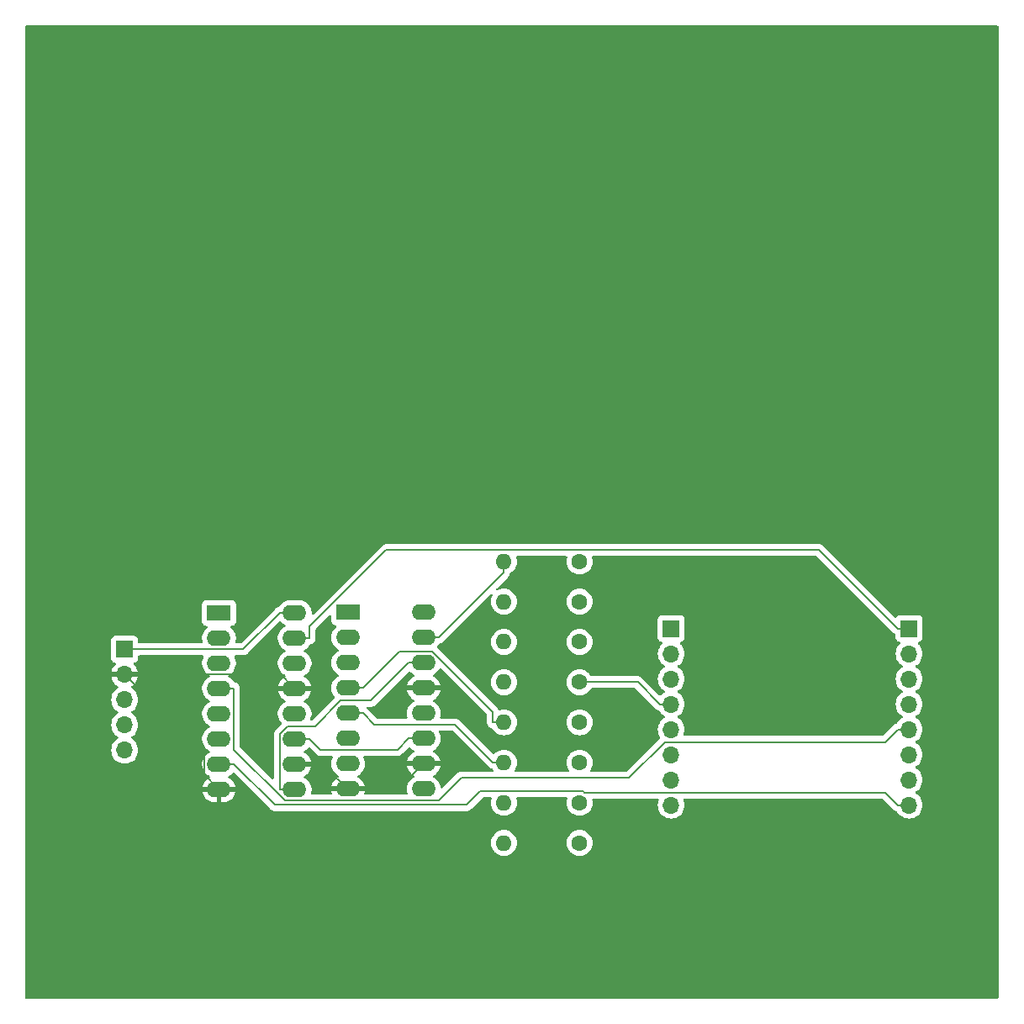
<source format=gbr>
%TF.GenerationSoftware,KiCad,Pcbnew,8.0.5*%
%TF.CreationDate,2024-10-20T14:37:55+01:00*%
%TF.ProjectId,Matrix pcb,4d617472-6978-4207-9063-622e6b696361,rev?*%
%TF.SameCoordinates,Original*%
%TF.FileFunction,Copper,L2,Bot*%
%TF.FilePolarity,Positive*%
%FSLAX46Y46*%
G04 Gerber Fmt 4.6, Leading zero omitted, Abs format (unit mm)*
G04 Created by KiCad (PCBNEW 8.0.5) date 2024-10-20 14:37:55*
%MOMM*%
%LPD*%
G01*
G04 APERTURE LIST*
%TA.AperFunction,ComponentPad*%
%ADD10R,1.700000X1.700000*%
%TD*%
%TA.AperFunction,ComponentPad*%
%ADD11O,1.700000X1.700000*%
%TD*%
%TA.AperFunction,ComponentPad*%
%ADD12C,1.600000*%
%TD*%
%TA.AperFunction,ComponentPad*%
%ADD13O,1.600000X1.600000*%
%TD*%
%TA.AperFunction,ComponentPad*%
%ADD14O,2.400000X1.600000*%
%TD*%
%TA.AperFunction,ComponentPad*%
%ADD15R,2.400000X1.600000*%
%TD*%
%TA.AperFunction,Conductor*%
%ADD16C,0.200000*%
%TD*%
G04 APERTURE END LIST*
D10*
%TO.P,J2,1,Pin_1*%
%TO.N,Net-(J2-Pin_1)*%
X146500000Y-121224100D03*
D11*
%TO.P,J2,2,Pin_2*%
%TO.N,Net-(J2-Pin_2)*%
X146500000Y-123764100D03*
%TO.P,J2,3,Pin_3*%
%TO.N,Net-(J2-Pin_3)*%
X146500000Y-126304100D03*
%TO.P,J2,4,Pin_4*%
%TO.N,Net-(J2-Pin_4)*%
X146500000Y-128844100D03*
%TO.P,J2,5,Pin_5*%
%TO.N,Net-(J2-Pin_5)*%
X146500000Y-131384100D03*
%TO.P,J2,6,Pin_6*%
%TO.N,Net-(J2-Pin_6)*%
X146500000Y-133924100D03*
%TO.P,J2,7,Pin_7*%
%TO.N,Net-(J2-Pin_7)*%
X146500000Y-136464100D03*
%TO.P,J2,8,Pin_8*%
%TO.N,Net-(J2-Pin_8)*%
X146500000Y-139004100D03*
%TD*%
D12*
%TO.P,R3,1*%
%TO.N,Net-(J3-Pin_6)*%
X113310000Y-134724100D03*
D13*
%TO.P,R3,2*%
%TO.N,Net-(Columns1-QF)*%
X105690000Y-134724100D03*
%TD*%
D12*
%TO.P,R5,1*%
%TO.N,Net-(J3-Pin_4)*%
X113310000Y-126624100D03*
D13*
%TO.P,R5,2*%
%TO.N,Net-(Columns1-QD)*%
X105690000Y-126624100D03*
%TD*%
D12*
%TO.P,R2,1*%
%TO.N,Net-(J3-Pin_7)*%
X113310000Y-138774100D03*
D13*
%TO.P,R2,2*%
%TO.N,Net-(Columns1-QG)*%
X105690000Y-138774100D03*
%TD*%
D12*
%TO.P,R6,1*%
%TO.N,Net-(J3-Pin_3)*%
X113310000Y-122574100D03*
D13*
%TO.P,R6,2*%
%TO.N,Net-(Columns1-QC)*%
X105690000Y-122574100D03*
%TD*%
D14*
%TO.P,Rows1,16,VCC*%
%TO.N,+5V*%
X84620000Y-119644100D03*
%TO.P,Rows1,15,QA*%
%TO.N,Net-(J2-Pin_1)*%
X84620000Y-122184100D03*
%TO.P,Rows1,14,SER*%
%TO.N,Net-(J1-Pin_3)*%
X84620000Y-124724100D03*
%TO.P,Rows1,13,~{OE}*%
%TO.N,GND*%
X84620000Y-127264100D03*
%TO.P,Rows1,12,RCLK*%
%TO.N,Net-(Columns1-RCLK)*%
X84620000Y-129804100D03*
%TO.P,Rows1,11,SRCLK*%
%TO.N,Net-(Columns1-SRCLK)*%
X84620000Y-132344100D03*
%TO.P,Rows1,10,~{SRCLR}*%
%TO.N,GND*%
X84620000Y-134884100D03*
%TO.P,Rows1,9,QH'*%
%TO.N,Net-(Columns1-SER)*%
X84620000Y-137424100D03*
%TO.P,Rows1,8,GND*%
%TO.N,GND*%
X77000000Y-137424100D03*
%TO.P,Rows1,7,QH*%
%TO.N,Net-(J2-Pin_8)*%
X77000000Y-134884100D03*
%TO.P,Rows1,6,QG*%
%TO.N,Net-(J2-Pin_7)*%
X77000000Y-132344100D03*
%TO.P,Rows1,5,QF*%
%TO.N,Net-(J2-Pin_6)*%
X77000000Y-129804100D03*
%TO.P,Rows1,4,QE*%
%TO.N,Net-(J2-Pin_5)*%
X77000000Y-127264100D03*
%TO.P,Rows1,3,QD*%
%TO.N,Net-(J2-Pin_4)*%
X77000000Y-124724100D03*
%TO.P,Rows1,2,QC*%
%TO.N,Net-(J2-Pin_3)*%
X77000000Y-122184100D03*
D15*
%TO.P,Rows1,1,QB*%
%TO.N,Net-(J2-Pin_2)*%
X77000000Y-119644100D03*
%TD*%
D11*
%TO.P,J1,5,Pin_5*%
%TO.N,Net-(Columns1-SRCLK)*%
X67500000Y-133479100D03*
%TO.P,J1,4,Pin_4*%
%TO.N,Net-(Columns1-RCLK)*%
X67500000Y-130939100D03*
%TO.P,J1,3,Pin_3*%
%TO.N,Net-(J1-Pin_3)*%
X67500000Y-128399100D03*
%TO.P,J1,2,Pin_2*%
%TO.N,GND*%
X67500000Y-125859100D03*
D10*
%TO.P,J1,1,Pin_1*%
%TO.N,+5V*%
X67500000Y-123319100D03*
%TD*%
D12*
%TO.P,R8,1*%
%TO.N,Net-(J3-Pin_1)*%
X113310000Y-114474100D03*
D13*
%TO.P,R8,2*%
%TO.N,Net-(Columns1-QA)*%
X105690000Y-114474100D03*
%TD*%
D15*
%TO.P,Columns1,1,QB*%
%TO.N,Net-(Columns1-QB)*%
X90000000Y-119604100D03*
D14*
%TO.P,Columns1,2,QC*%
%TO.N,Net-(Columns1-QC)*%
X90000000Y-122144100D03*
%TO.P,Columns1,3,QD*%
%TO.N,Net-(Columns1-QD)*%
X90000000Y-124684100D03*
%TO.P,Columns1,4,QE*%
%TO.N,Net-(Columns1-QE)*%
X90000000Y-127224100D03*
%TO.P,Columns1,5,QF*%
%TO.N,Net-(Columns1-QF)*%
X90000000Y-129764100D03*
%TO.P,Columns1,6,QG*%
%TO.N,Net-(Columns1-QG)*%
X90000000Y-132304100D03*
%TO.P,Columns1,7,QH*%
%TO.N,Net-(Columns1-QH)*%
X90000000Y-134844100D03*
%TO.P,Columns1,8,GND*%
%TO.N,GND*%
X90000000Y-137384100D03*
%TO.P,Columns1,9,QH'*%
%TO.N,unconnected-(Columns1-QH'-Pad9)*%
X97620000Y-137384100D03*
%TO.P,Columns1,10,~{SRCLR}*%
%TO.N,GND*%
X97620000Y-134844100D03*
%TO.P,Columns1,11,SRCLK*%
%TO.N,Net-(Columns1-SRCLK)*%
X97620000Y-132304100D03*
%TO.P,Columns1,12,RCLK*%
%TO.N,Net-(Columns1-RCLK)*%
X97620000Y-129764100D03*
%TO.P,Columns1,13,~{OE}*%
%TO.N,GND*%
X97620000Y-127224100D03*
%TO.P,Columns1,14,SER*%
%TO.N,Net-(Columns1-SER)*%
X97620000Y-124684100D03*
%TO.P,Columns1,15,QA*%
%TO.N,Net-(Columns1-QA)*%
X97620000Y-122144100D03*
%TO.P,Columns1,16,VCC*%
%TO.N,+5V*%
X97620000Y-119604100D03*
%TD*%
D10*
%TO.P,J3,1,Pin_1*%
%TO.N,Net-(J3-Pin_1)*%
X122540000Y-121224100D03*
D11*
%TO.P,J3,2,Pin_2*%
%TO.N,Net-(J3-Pin_2)*%
X122540000Y-123764100D03*
%TO.P,J3,3,Pin_3*%
%TO.N,Net-(J3-Pin_3)*%
X122540000Y-126304100D03*
%TO.P,J3,4,Pin_4*%
%TO.N,Net-(J3-Pin_4)*%
X122540000Y-128844100D03*
%TO.P,J3,5,Pin_5*%
%TO.N,Net-(J3-Pin_5)*%
X122540000Y-131384100D03*
%TO.P,J3,6,Pin_6*%
%TO.N,Net-(J3-Pin_6)*%
X122540000Y-133924100D03*
%TO.P,J3,7,Pin_7*%
%TO.N,Net-(J3-Pin_7)*%
X122540000Y-136464100D03*
%TO.P,J3,8,Pin_8*%
%TO.N,Net-(J3-Pin_8)*%
X122540000Y-139004100D03*
%TD*%
D12*
%TO.P,R4,1*%
%TO.N,Net-(J3-Pin_5)*%
X113310000Y-130674100D03*
D13*
%TO.P,R4,2*%
%TO.N,Net-(Columns1-QE)*%
X105690000Y-130674100D03*
%TD*%
D12*
%TO.P,R7,1*%
%TO.N,Net-(J3-Pin_2)*%
X113310000Y-118524100D03*
D13*
%TO.P,R7,2*%
%TO.N,Net-(Columns1-QB)*%
X105690000Y-118524100D03*
%TD*%
D12*
%TO.P,R1,1*%
%TO.N,Net-(J3-Pin_8)*%
X113310000Y-142824100D03*
D13*
%TO.P,R1,2*%
%TO.N,Net-(Columns1-QH)*%
X105690000Y-142824100D03*
%TD*%
D16*
%TO.N,GND*%
X83215000Y-125859100D02*
X67500000Y-125859100D01*
X84620000Y-127264100D02*
X83215000Y-125859100D01*
X75500000Y-135924100D02*
X75500000Y-133859100D01*
X75500000Y-133859100D02*
X67500000Y-125859100D01*
X77000000Y-137424100D02*
X75500000Y-135924100D01*
X87384100Y-134884100D02*
X84620000Y-134884100D01*
X89884100Y-137384100D02*
X87384100Y-134884100D01*
X90000000Y-137384100D02*
X89884100Y-137384100D01*
X95080000Y-137384100D02*
X90000000Y-137384100D01*
X97620000Y-134844100D02*
X95080000Y-137384100D01*
%TO.N,Net-(J3-Pin_4)*%
X119168300Y-126624100D02*
X121388300Y-128844100D01*
X113310000Y-126624100D02*
X119168300Y-126624100D01*
X122540000Y-128844100D02*
X121388300Y-128844100D01*
%TO.N,Net-(J2-Pin_1)*%
X137450100Y-113325900D02*
X145348300Y-121224100D01*
X93836100Y-113325900D02*
X137450100Y-113325900D01*
X86121700Y-121040300D02*
X93836100Y-113325900D01*
X86121700Y-122184100D02*
X86121700Y-121040300D01*
X84620000Y-122184100D02*
X86121700Y-122184100D01*
X146500000Y-121224100D02*
X145348300Y-121224100D01*
%TO.N,Net-(J2-Pin_5)*%
X144078300Y-132654100D02*
X145348300Y-131384100D01*
X121910000Y-132654100D02*
X144078300Y-132654100D01*
X118308500Y-136255600D02*
X121910000Y-132654100D01*
X101387000Y-136255600D02*
X118308500Y-136255600D01*
X99102200Y-138540400D02*
X101387000Y-136255600D01*
X83623400Y-138540400D02*
X99102200Y-138540400D01*
X78501700Y-133418700D02*
X83623400Y-138540400D01*
X78501700Y-127264100D02*
X78501700Y-133418700D01*
X77000000Y-127264100D02*
X78501700Y-127264100D01*
X146500000Y-131384100D02*
X145348300Y-131384100D01*
%TO.N,Net-(J2-Pin_8)*%
X77000000Y-134884100D02*
X78501700Y-134884100D01*
X146500000Y-139004100D02*
X145348300Y-139004100D01*
X144078300Y-137734100D02*
X145348300Y-139004100D01*
X113828100Y-137734100D02*
X144078300Y-137734100D01*
X113708300Y-137614300D02*
X113828100Y-137734100D01*
X103328000Y-137614300D02*
X113708300Y-137614300D01*
X101944000Y-138998300D02*
X103328000Y-137614300D01*
X82615900Y-138998300D02*
X101944000Y-138998300D01*
X78501700Y-134884100D02*
X82615900Y-138998300D01*
%TO.N,Net-(Columns1-QA)*%
X99121700Y-122144100D02*
X105690000Y-115575800D01*
X97620000Y-122144100D02*
X99121700Y-122144100D01*
X105690000Y-114474100D02*
X105690000Y-115575800D01*
%TO.N,Net-(Columns1-SER)*%
X83118300Y-131882400D02*
X83118300Y-137424100D01*
X83926600Y-131074100D02*
X83118300Y-131882400D01*
X86656800Y-131074100D02*
X83926600Y-131074100D01*
X89236800Y-128494100D02*
X86656800Y-131074100D01*
X92308300Y-128494100D02*
X89236800Y-128494100D01*
X96118300Y-124684100D02*
X92308300Y-128494100D01*
X97620000Y-124684100D02*
X96118300Y-124684100D01*
X84620000Y-137424100D02*
X83118300Y-137424100D01*
%TO.N,Net-(Columns1-QF)*%
X100756700Y-130892500D02*
X104588300Y-134724100D01*
X92630100Y-130892500D02*
X100756700Y-130892500D01*
X91501700Y-129764100D02*
X92630100Y-130892500D01*
X90000000Y-129764100D02*
X91501700Y-129764100D01*
X105690000Y-134724100D02*
X104588300Y-134724100D01*
%TO.N,Net-(Columns1-QE)*%
X104588300Y-129653000D02*
X104588300Y-130674100D01*
X98499300Y-123564000D02*
X104588300Y-129653000D01*
X95161800Y-123564000D02*
X98499300Y-123564000D01*
X91501700Y-127224100D02*
X95161800Y-123564000D01*
X90000000Y-127224100D02*
X91501700Y-127224100D01*
X105690000Y-130674100D02*
X104588300Y-130674100D01*
%TO.N,Net-(Columns1-SRCLK)*%
X87228600Y-133451000D02*
X86121700Y-132344100D01*
X94971400Y-133451000D02*
X87228600Y-133451000D01*
X96118300Y-132304100D02*
X94971400Y-133451000D01*
X97620000Y-132304100D02*
X96118300Y-132304100D01*
X84620000Y-132344100D02*
X86121700Y-132344100D01*
%TO.N,+5V*%
X79443300Y-123319100D02*
X67500000Y-123319100D01*
X83118300Y-119644100D02*
X79443300Y-123319100D01*
X84620000Y-119644100D02*
X83118300Y-119644100D01*
%TD*%
%TA.AperFunction,Conductor*%
%TO.N,GND*%
G36*
X86109159Y-133196640D02*
G01*
X86153506Y-133225141D01*
X86743739Y-133815374D01*
X86743749Y-133815385D01*
X86748079Y-133819715D01*
X86748080Y-133819716D01*
X86859884Y-133931520D01*
X86940747Y-133978206D01*
X86996815Y-134010577D01*
X87149543Y-134051501D01*
X87149546Y-134051501D01*
X87315253Y-134051501D01*
X87315269Y-134051500D01*
X88341915Y-134051500D01*
X88408954Y-134071185D01*
X88454709Y-134123989D01*
X88464653Y-134193147D01*
X88452400Y-134231795D01*
X88394781Y-134344876D01*
X88331522Y-134539565D01*
X88302295Y-134724100D01*
X88299500Y-134741748D01*
X88299500Y-134946452D01*
X88300188Y-134950797D01*
X88331522Y-135148634D01*
X88394781Y-135343323D01*
X88487715Y-135525713D01*
X88608028Y-135691313D01*
X88752786Y-135836071D01*
X88907749Y-135948656D01*
X88918390Y-135956387D01*
X88990424Y-135993090D01*
X89011629Y-136003895D01*
X89062425Y-136051870D01*
X89079220Y-136119691D01*
X89056682Y-136185826D01*
X89011629Y-136224865D01*
X88918650Y-136272240D01*
X88753105Y-136392517D01*
X88753104Y-136392517D01*
X88608417Y-136537204D01*
X88608417Y-136537205D01*
X88488140Y-136702750D01*
X88395244Y-136885070D01*
X88332009Y-137079686D01*
X88323391Y-137134100D01*
X89684314Y-137134100D01*
X89679920Y-137138494D01*
X89627259Y-137229706D01*
X89600000Y-137331439D01*
X89600000Y-137436761D01*
X89627259Y-137538494D01*
X89679920Y-137629706D01*
X89684314Y-137634100D01*
X88323391Y-137634100D01*
X88332009Y-137688513D01*
X88332009Y-137688514D01*
X88360949Y-137777582D01*
X88362944Y-137847423D01*
X88326863Y-137907256D01*
X88264162Y-137938084D01*
X88243018Y-137939900D01*
X86390504Y-137939900D01*
X86323465Y-137920215D01*
X86277710Y-137867411D01*
X86267766Y-137798253D01*
X86272573Y-137777581D01*
X86288477Y-137728634D01*
X86320500Y-137526451D01*
X86320500Y-137321748D01*
X86288477Y-137119565D01*
X86257458Y-137024100D01*
X86225220Y-136924881D01*
X86225218Y-136924878D01*
X86225218Y-136924876D01*
X86169322Y-136815176D01*
X86132287Y-136742490D01*
X86124556Y-136731849D01*
X86011971Y-136576886D01*
X85867213Y-136432128D01*
X85701611Y-136311813D01*
X85608369Y-136264303D01*
X85557574Y-136216329D01*
X85540779Y-136148507D01*
X85563317Y-136082373D01*
X85608371Y-136043334D01*
X85701347Y-135995961D01*
X85866894Y-135875682D01*
X85866895Y-135875682D01*
X86011582Y-135730995D01*
X86011582Y-135730994D01*
X86131859Y-135565449D01*
X86224755Y-135383129D01*
X86287990Y-135188513D01*
X86296609Y-135134100D01*
X84935686Y-135134100D01*
X84940080Y-135129706D01*
X84992741Y-135038494D01*
X85020000Y-134936761D01*
X85020000Y-134831439D01*
X84992741Y-134729706D01*
X84940080Y-134638494D01*
X84935686Y-134634100D01*
X86296609Y-134634100D01*
X86287990Y-134579686D01*
X86224755Y-134385070D01*
X86131859Y-134202750D01*
X86011582Y-134037205D01*
X86011582Y-134037204D01*
X85866895Y-133892517D01*
X85701349Y-133772240D01*
X85608370Y-133724865D01*
X85557574Y-133676890D01*
X85540779Y-133609069D01*
X85563316Y-133542935D01*
X85608370Y-133503895D01*
X85608920Y-133503615D01*
X85701610Y-133456387D01*
X85756670Y-133416384D01*
X85867213Y-133336071D01*
X85867215Y-133336068D01*
X85867219Y-133336066D01*
X85978144Y-133225141D01*
X86039467Y-133191656D01*
X86109159Y-133196640D01*
G37*
%TD.AperFunction*%
%TA.AperFunction,Conductor*%
G36*
X96217508Y-133156639D02*
G01*
X96261855Y-133185140D01*
X96372786Y-133296071D01*
X96463434Y-133361929D01*
X96538390Y-133416387D01*
X96610424Y-133453090D01*
X96631629Y-133463895D01*
X96682425Y-133511870D01*
X96699220Y-133579691D01*
X96676682Y-133645826D01*
X96631629Y-133684865D01*
X96538650Y-133732240D01*
X96373105Y-133852517D01*
X96373104Y-133852517D01*
X96228417Y-133997204D01*
X96228417Y-133997205D01*
X96108140Y-134162750D01*
X96015244Y-134345070D01*
X95952009Y-134539686D01*
X95943391Y-134594100D01*
X97304314Y-134594100D01*
X97299920Y-134598494D01*
X97247259Y-134689706D01*
X97220000Y-134791439D01*
X97220000Y-134896761D01*
X97247259Y-134998494D01*
X97299920Y-135089706D01*
X97304314Y-135094100D01*
X95943391Y-135094100D01*
X95952009Y-135148513D01*
X96015244Y-135343129D01*
X96108140Y-135525449D01*
X96228417Y-135690994D01*
X96228417Y-135690995D01*
X96373104Y-135835682D01*
X96538652Y-135955961D01*
X96631628Y-136003334D01*
X96682425Y-136051308D01*
X96699220Y-136119129D01*
X96676683Y-136185264D01*
X96631630Y-136224303D01*
X96538388Y-136271813D01*
X96372786Y-136392128D01*
X96228028Y-136536886D01*
X96107715Y-136702486D01*
X96014781Y-136884876D01*
X95951522Y-137079565D01*
X95919500Y-137281748D01*
X95919500Y-137486451D01*
X95951522Y-137688634D01*
X95969571Y-137744180D01*
X95973606Y-137756600D01*
X95980424Y-137777581D01*
X95982419Y-137847422D01*
X95946339Y-137907255D01*
X95883639Y-137938084D01*
X95862493Y-137939900D01*
X91756982Y-137939900D01*
X91689943Y-137920215D01*
X91644188Y-137867411D01*
X91634244Y-137798253D01*
X91639051Y-137777582D01*
X91667990Y-137688514D01*
X91667990Y-137688513D01*
X91676609Y-137634100D01*
X90315686Y-137634100D01*
X90320080Y-137629706D01*
X90372741Y-137538494D01*
X90400000Y-137436761D01*
X90400000Y-137331439D01*
X90372741Y-137229706D01*
X90320080Y-137138494D01*
X90315686Y-137134100D01*
X91676609Y-137134100D01*
X91667990Y-137079686D01*
X91604755Y-136885070D01*
X91511859Y-136702750D01*
X91391582Y-136537205D01*
X91391582Y-136537204D01*
X91246895Y-136392517D01*
X91081349Y-136272240D01*
X90988370Y-136224865D01*
X90937574Y-136176890D01*
X90920779Y-136109069D01*
X90943316Y-136042935D01*
X90988370Y-136003895D01*
X90995161Y-136000435D01*
X91081610Y-135956387D01*
X91177271Y-135886886D01*
X91247213Y-135836071D01*
X91247215Y-135836068D01*
X91247219Y-135836066D01*
X91391966Y-135691319D01*
X91391968Y-135691315D01*
X91391971Y-135691313D01*
X91483223Y-135565713D01*
X91512287Y-135525710D01*
X91605220Y-135343319D01*
X91668477Y-135148634D01*
X91700500Y-134946452D01*
X91700500Y-134741748D01*
X91678355Y-134601930D01*
X91668477Y-134539565D01*
X91637458Y-134444100D01*
X91605220Y-134344881D01*
X91605218Y-134344878D01*
X91605218Y-134344876D01*
X91547600Y-134231795D01*
X91534704Y-134163126D01*
X91560980Y-134098385D01*
X91618087Y-134058128D01*
X91658085Y-134051500D01*
X94884731Y-134051500D01*
X94884747Y-134051501D01*
X94892343Y-134051501D01*
X95050454Y-134051501D01*
X95050457Y-134051501D01*
X95203185Y-134010577D01*
X95259253Y-133978206D01*
X95340116Y-133931520D01*
X95451920Y-133819716D01*
X95451920Y-133819714D01*
X95462124Y-133809511D01*
X95462128Y-133809506D01*
X96086495Y-133185138D01*
X96147816Y-133151655D01*
X96217508Y-133156639D01*
G37*
%TD.AperFunction*%
%TA.AperFunction,Conductor*%
G36*
X100523642Y-131512685D02*
G01*
X100544283Y-131529318D01*
X104219584Y-135204620D01*
X104219586Y-135204621D01*
X104219590Y-135204624D01*
X104310034Y-135256841D01*
X104356516Y-135283677D01*
X104483332Y-135317658D01*
X104542989Y-135354021D01*
X104558619Y-135375426D01*
X104559430Y-135376830D01*
X104559432Y-135376834D01*
X104617649Y-135459977D01*
X104639976Y-135526183D01*
X104622966Y-135593951D01*
X104572017Y-135641763D01*
X104516074Y-135655100D01*
X101307943Y-135655100D01*
X101155213Y-135696023D01*
X101131017Y-135709994D01*
X101131016Y-135709994D01*
X101018287Y-135775077D01*
X101018282Y-135775081D01*
X99518714Y-137274650D01*
X99457391Y-137308135D01*
X99387699Y-137303151D01*
X99331766Y-137261279D01*
X99308560Y-137206366D01*
X99298354Y-137141930D01*
X99288477Y-137079566D01*
X99274620Y-137036920D01*
X99248716Y-136957194D01*
X99225220Y-136884881D01*
X99225218Y-136884878D01*
X99225218Y-136884876D01*
X99174959Y-136786239D01*
X99132287Y-136702490D01*
X99068074Y-136614107D01*
X99011971Y-136536886D01*
X98867213Y-136392128D01*
X98701611Y-136271813D01*
X98608369Y-136224303D01*
X98557574Y-136176329D01*
X98540779Y-136108507D01*
X98563317Y-136042373D01*
X98608371Y-136003334D01*
X98701347Y-135955961D01*
X98866894Y-135835682D01*
X98866895Y-135835682D01*
X99011582Y-135690995D01*
X99011582Y-135690994D01*
X99131859Y-135525449D01*
X99224755Y-135343129D01*
X99287990Y-135148513D01*
X99296609Y-135094100D01*
X97935686Y-135094100D01*
X97940080Y-135089706D01*
X97992741Y-134998494D01*
X98020000Y-134896761D01*
X98020000Y-134791439D01*
X97992741Y-134689706D01*
X97940080Y-134598494D01*
X97935686Y-134594100D01*
X99296609Y-134594100D01*
X99287990Y-134539686D01*
X99224755Y-134345070D01*
X99131859Y-134162750D01*
X99011582Y-133997205D01*
X99011582Y-133997204D01*
X98866895Y-133852517D01*
X98701349Y-133732240D01*
X98608370Y-133684865D01*
X98557574Y-133636890D01*
X98540779Y-133569069D01*
X98563316Y-133502935D01*
X98608370Y-133463895D01*
X98615161Y-133460435D01*
X98701610Y-133416387D01*
X98776566Y-133361929D01*
X98867213Y-133296071D01*
X98867215Y-133296068D01*
X98867219Y-133296066D01*
X99011966Y-133151319D01*
X99011968Y-133151315D01*
X99011971Y-133151313D01*
X99103223Y-133025713D01*
X99132287Y-132985710D01*
X99225220Y-132803319D01*
X99288477Y-132608634D01*
X99320500Y-132406452D01*
X99320500Y-132201748D01*
X99297035Y-132053600D01*
X99288477Y-131999565D01*
X99244292Y-131863580D01*
X99225220Y-131804881D01*
X99225218Y-131804878D01*
X99225218Y-131804876D01*
X99171441Y-131699334D01*
X99158172Y-131673293D01*
X99145277Y-131604626D01*
X99171553Y-131539886D01*
X99228659Y-131499628D01*
X99268658Y-131493000D01*
X100456603Y-131493000D01*
X100523642Y-131512685D01*
G37*
%TD.AperFunction*%
%TA.AperFunction,Conductor*%
G36*
X83217508Y-120496639D02*
G01*
X83261855Y-120525140D01*
X83372786Y-120636071D01*
X83483330Y-120716384D01*
X83538390Y-120756387D01*
X83627212Y-120801644D01*
X83631080Y-120803615D01*
X83681876Y-120851590D01*
X83698671Y-120919411D01*
X83676134Y-120985546D01*
X83631080Y-121024585D01*
X83538386Y-121071815D01*
X83372786Y-121192128D01*
X83228028Y-121336886D01*
X83107715Y-121502486D01*
X83014781Y-121684876D01*
X82951522Y-121879565D01*
X82919500Y-122081748D01*
X82919500Y-122286451D01*
X82951522Y-122488634D01*
X83014781Y-122683323D01*
X83074636Y-122800792D01*
X83100663Y-122851874D01*
X83107715Y-122865713D01*
X83228028Y-123031313D01*
X83372786Y-123176071D01*
X83483330Y-123256384D01*
X83538390Y-123296387D01*
X83629196Y-123342655D01*
X83631080Y-123343615D01*
X83681876Y-123391590D01*
X83698671Y-123459411D01*
X83676134Y-123525546D01*
X83631080Y-123564585D01*
X83538386Y-123611815D01*
X83372786Y-123732128D01*
X83228028Y-123876886D01*
X83107715Y-124042486D01*
X83014781Y-124224876D01*
X82951522Y-124419565D01*
X82919500Y-124621748D01*
X82919500Y-124826451D01*
X82951522Y-125028634D01*
X83014781Y-125223323D01*
X83036326Y-125265606D01*
X83103457Y-125397358D01*
X83107715Y-125405713D01*
X83228028Y-125571313D01*
X83372786Y-125716071D01*
X83483330Y-125796384D01*
X83538390Y-125836387D01*
X83610424Y-125873090D01*
X83631629Y-125883895D01*
X83682425Y-125931870D01*
X83699220Y-125999691D01*
X83676682Y-126065826D01*
X83631629Y-126104865D01*
X83538650Y-126152240D01*
X83373105Y-126272517D01*
X83373104Y-126272517D01*
X83228417Y-126417204D01*
X83228417Y-126417205D01*
X83108140Y-126582750D01*
X83015244Y-126765070D01*
X82952009Y-126959686D01*
X82943391Y-127014100D01*
X84304314Y-127014100D01*
X84299920Y-127018494D01*
X84247259Y-127109706D01*
X84220000Y-127211439D01*
X84220000Y-127316761D01*
X84247259Y-127418494D01*
X84299920Y-127509706D01*
X84304314Y-127514100D01*
X82943391Y-127514100D01*
X82952009Y-127568513D01*
X83015244Y-127763129D01*
X83108140Y-127945449D01*
X83228417Y-128110994D01*
X83228417Y-128110995D01*
X83373104Y-128255682D01*
X83538652Y-128375961D01*
X83631628Y-128423334D01*
X83682425Y-128471308D01*
X83699220Y-128539129D01*
X83676683Y-128605264D01*
X83631630Y-128644303D01*
X83538388Y-128691813D01*
X83372786Y-128812128D01*
X83228028Y-128956886D01*
X83107715Y-129122486D01*
X83014781Y-129304876D01*
X82951522Y-129499565D01*
X82919500Y-129701748D01*
X82919500Y-129906451D01*
X82951522Y-130108634D01*
X83014781Y-130303323D01*
X83070146Y-130411981D01*
X83102482Y-130475444D01*
X83107715Y-130485713D01*
X83228028Y-130651313D01*
X83276408Y-130699693D01*
X83309893Y-130761016D01*
X83304909Y-130830708D01*
X83276408Y-130875055D01*
X82749586Y-131401878D01*
X82637781Y-131513682D01*
X82637780Y-131513684D01*
X82601293Y-131576882D01*
X82558723Y-131650615D01*
X82517799Y-131803343D01*
X82517799Y-131803345D01*
X82517799Y-131971446D01*
X82517800Y-131971459D01*
X82517800Y-136286202D01*
X82498115Y-136353241D01*
X82445311Y-136398996D01*
X82376153Y-136408940D01*
X82312597Y-136379915D01*
X82306119Y-136373883D01*
X79138519Y-133206283D01*
X79105034Y-133144960D01*
X79102200Y-133118602D01*
X79102200Y-127185045D01*
X79102200Y-127185043D01*
X79061277Y-127032316D01*
X79030203Y-126978494D01*
X78982224Y-126895390D01*
X78982218Y-126895382D01*
X78870417Y-126783581D01*
X78870409Y-126783575D01*
X78733490Y-126704526D01*
X78733485Y-126704523D01*
X78602650Y-126669466D01*
X78542990Y-126633100D01*
X78524260Y-126605987D01*
X78512286Y-126582488D01*
X78391971Y-126416886D01*
X78247213Y-126272128D01*
X78081614Y-126151815D01*
X78065450Y-126143579D01*
X77988917Y-126104583D01*
X77938123Y-126056611D01*
X77921328Y-125988790D01*
X77943865Y-125922655D01*
X77988917Y-125883616D01*
X78081610Y-125836387D01*
X78136670Y-125796384D01*
X78247213Y-125716071D01*
X78247215Y-125716068D01*
X78247219Y-125716066D01*
X78391966Y-125571319D01*
X78391968Y-125571315D01*
X78391971Y-125571313D01*
X78473569Y-125459001D01*
X78512287Y-125405710D01*
X78605220Y-125223319D01*
X78668477Y-125028634D01*
X78700500Y-124826452D01*
X78700500Y-124621748D01*
X78668477Y-124419566D01*
X78654380Y-124376181D01*
X78622019Y-124276583D01*
X78605220Y-124224881D01*
X78605218Y-124224878D01*
X78605218Y-124224876D01*
X78541536Y-124099895D01*
X78528640Y-124031226D01*
X78554916Y-123966486D01*
X78612022Y-123926228D01*
X78652021Y-123919600D01*
X79356631Y-123919600D01*
X79356647Y-123919601D01*
X79364243Y-123919601D01*
X79522354Y-123919601D01*
X79522357Y-123919601D01*
X79675085Y-123878677D01*
X79747477Y-123836881D01*
X79812016Y-123799620D01*
X79923820Y-123687816D01*
X79923820Y-123687814D01*
X79934024Y-123677611D01*
X79934028Y-123677606D01*
X83086495Y-120525138D01*
X83147816Y-120491655D01*
X83217508Y-120496639D01*
G37*
%TD.AperFunction*%
%TA.AperFunction,Conductor*%
G36*
X112015817Y-113946085D02*
G01*
X112061572Y-113998889D01*
X112071516Y-114068047D01*
X112068553Y-114082493D01*
X112024366Y-114247402D01*
X112024364Y-114247413D01*
X112004532Y-114474098D01*
X112004532Y-114474101D01*
X112024364Y-114700786D01*
X112024366Y-114700797D01*
X112083258Y-114920588D01*
X112083261Y-114920597D01*
X112179431Y-115126832D01*
X112179432Y-115126834D01*
X112309954Y-115313241D01*
X112470858Y-115474145D01*
X112470861Y-115474147D01*
X112657266Y-115604668D01*
X112863504Y-115700839D01*
X113083308Y-115759735D01*
X113245230Y-115773901D01*
X113309998Y-115779568D01*
X113310000Y-115779568D01*
X113310002Y-115779568D01*
X113366673Y-115774609D01*
X113536692Y-115759735D01*
X113756496Y-115700839D01*
X113962734Y-115604668D01*
X114149139Y-115474147D01*
X114310047Y-115313239D01*
X114440568Y-115126834D01*
X114536739Y-114920596D01*
X114595635Y-114700792D01*
X114615468Y-114474100D01*
X114595635Y-114247408D01*
X114578385Y-114183032D01*
X114551447Y-114082493D01*
X114553110Y-114012643D01*
X114592273Y-113954781D01*
X114656501Y-113927277D01*
X114671222Y-113926400D01*
X137150003Y-113926400D01*
X137217042Y-113946085D01*
X137237683Y-113962718D01*
X144979584Y-121704620D01*
X144979586Y-121704621D01*
X144979590Y-121704624D01*
X145087499Y-121766925D01*
X145135715Y-121817491D01*
X145149500Y-121874312D01*
X145149500Y-122121969D01*
X145149501Y-122121976D01*
X145155908Y-122181583D01*
X145206202Y-122316428D01*
X145206206Y-122316435D01*
X145292452Y-122431644D01*
X145292455Y-122431647D01*
X145407664Y-122517893D01*
X145407671Y-122517897D01*
X145539081Y-122566910D01*
X145595015Y-122608781D01*
X145619432Y-122674245D01*
X145604580Y-122742518D01*
X145583430Y-122770773D01*
X145461503Y-122892700D01*
X145325965Y-123086269D01*
X145325964Y-123086271D01*
X145226098Y-123300435D01*
X145226094Y-123300444D01*
X145164938Y-123528686D01*
X145164936Y-123528696D01*
X145144341Y-123764099D01*
X145144341Y-123764100D01*
X145164936Y-123999503D01*
X145164938Y-123999513D01*
X145226094Y-124227755D01*
X145226096Y-124227759D01*
X145226097Y-124227763D01*
X145325965Y-124441930D01*
X145325967Y-124441934D01*
X145423867Y-124581748D01*
X145445677Y-124612897D01*
X145461501Y-124635495D01*
X145461506Y-124635502D01*
X145628597Y-124802593D01*
X145628603Y-124802598D01*
X145814158Y-124932525D01*
X145857783Y-124987102D01*
X145864977Y-125056600D01*
X145833454Y-125118955D01*
X145814158Y-125135675D01*
X145628597Y-125265605D01*
X145461505Y-125432697D01*
X145325965Y-125626269D01*
X145325964Y-125626271D01*
X145226098Y-125840435D01*
X145226094Y-125840444D01*
X145164938Y-126068686D01*
X145164936Y-126068696D01*
X145144341Y-126304099D01*
X145144341Y-126304100D01*
X145164936Y-126539503D01*
X145164938Y-126539513D01*
X145226094Y-126767755D01*
X145226096Y-126767759D01*
X145226097Y-126767763D01*
X145315592Y-126959686D01*
X145325965Y-126981930D01*
X145325967Y-126981934D01*
X145461501Y-127175495D01*
X145461506Y-127175502D01*
X145628597Y-127342593D01*
X145628603Y-127342598D01*
X145814158Y-127472525D01*
X145857783Y-127527102D01*
X145864977Y-127596600D01*
X145833454Y-127658955D01*
X145814158Y-127675675D01*
X145628597Y-127805605D01*
X145461505Y-127972697D01*
X145325965Y-128166269D01*
X145325964Y-128166271D01*
X145226098Y-128380435D01*
X145226094Y-128380444D01*
X145164938Y-128608686D01*
X145164936Y-128608696D01*
X145144341Y-128844099D01*
X145144341Y-128844100D01*
X145164936Y-129079503D01*
X145164938Y-129079513D01*
X145226094Y-129307755D01*
X145226096Y-129307759D01*
X145226097Y-129307763D01*
X145317291Y-129503328D01*
X145325965Y-129521930D01*
X145325967Y-129521934D01*
X145461501Y-129715495D01*
X145461506Y-129715502D01*
X145628597Y-129882593D01*
X145628603Y-129882598D01*
X145814158Y-130012525D01*
X145857783Y-130067102D01*
X145864977Y-130136600D01*
X145833454Y-130198955D01*
X145814158Y-130215675D01*
X145628597Y-130345605D01*
X145461506Y-130512696D01*
X145325965Y-130706270D01*
X145325961Y-130706277D01*
X145317292Y-130724869D01*
X145271119Y-130777308D01*
X145237005Y-130792237D01*
X145222700Y-130796071D01*
X145116515Y-130824523D01*
X145085697Y-130842316D01*
X145085696Y-130842315D01*
X144979587Y-130903577D01*
X144979582Y-130903581D01*
X144920509Y-130962655D01*
X144867780Y-131015384D01*
X144867778Y-131015386D01*
X144353846Y-131529319D01*
X143865884Y-132017281D01*
X143804561Y-132050766D01*
X143778203Y-132053600D01*
X123912560Y-132053600D01*
X123845521Y-132033915D01*
X123799766Y-131981111D01*
X123789822Y-131911953D01*
X123800176Y-131877199D01*
X123813903Y-131847763D01*
X123875063Y-131619508D01*
X123895659Y-131384100D01*
X123875063Y-131148692D01*
X123813903Y-130920437D01*
X123714035Y-130706271D01*
X123714034Y-130706269D01*
X123578494Y-130512697D01*
X123411402Y-130345606D01*
X123411396Y-130345601D01*
X123225842Y-130215675D01*
X123182217Y-130161098D01*
X123175023Y-130091600D01*
X123206546Y-130029245D01*
X123225842Y-130012525D01*
X123310714Y-129953097D01*
X123411401Y-129882595D01*
X123578495Y-129715501D01*
X123714035Y-129521930D01*
X123813903Y-129307763D01*
X123875063Y-129079508D01*
X123895659Y-128844100D01*
X123875063Y-128608692D01*
X123813903Y-128380437D01*
X123714035Y-128166271D01*
X123712230Y-128163692D01*
X123578494Y-127972697D01*
X123411402Y-127805606D01*
X123411396Y-127805601D01*
X123225842Y-127675675D01*
X123182217Y-127621098D01*
X123175023Y-127551600D01*
X123206546Y-127489245D01*
X123225842Y-127472525D01*
X123303006Y-127418494D01*
X123411401Y-127342595D01*
X123578495Y-127175501D01*
X123714035Y-126981930D01*
X123813903Y-126767763D01*
X123875063Y-126539508D01*
X123895659Y-126304100D01*
X123875063Y-126068692D01*
X123813903Y-125840437D01*
X123714035Y-125626271D01*
X123675558Y-125571319D01*
X123578494Y-125432697D01*
X123411402Y-125265606D01*
X123411396Y-125265601D01*
X123225842Y-125135675D01*
X123182217Y-125081098D01*
X123175023Y-125011600D01*
X123206546Y-124949245D01*
X123225842Y-124932525D01*
X123320899Y-124865965D01*
X123411401Y-124802595D01*
X123578495Y-124635501D01*
X123714035Y-124441930D01*
X123813903Y-124227763D01*
X123875063Y-123999508D01*
X123895659Y-123764100D01*
X123875063Y-123528692D01*
X123813903Y-123300437D01*
X123714035Y-123086271D01*
X123712081Y-123083481D01*
X123578496Y-122892700D01*
X123528010Y-122842214D01*
X123456567Y-122770771D01*
X123423084Y-122709451D01*
X123428068Y-122639759D01*
X123469939Y-122583825D01*
X123500915Y-122566910D01*
X123632331Y-122517896D01*
X123747546Y-122431646D01*
X123833796Y-122316431D01*
X123884091Y-122181583D01*
X123890500Y-122121973D01*
X123890499Y-120326228D01*
X123884091Y-120266617D01*
X123833796Y-120131769D01*
X123833795Y-120131768D01*
X123833793Y-120131764D01*
X123747547Y-120016555D01*
X123747544Y-120016552D01*
X123632335Y-119930306D01*
X123632328Y-119930302D01*
X123497482Y-119880008D01*
X123497483Y-119880008D01*
X123437883Y-119873601D01*
X123437881Y-119873600D01*
X123437873Y-119873600D01*
X123437864Y-119873600D01*
X121642129Y-119873600D01*
X121642123Y-119873601D01*
X121582516Y-119880008D01*
X121447671Y-119930302D01*
X121447664Y-119930306D01*
X121332455Y-120016552D01*
X121332452Y-120016555D01*
X121246206Y-120131764D01*
X121246202Y-120131771D01*
X121195908Y-120266617D01*
X121189501Y-120326216D01*
X121189501Y-120326223D01*
X121189500Y-120326235D01*
X121189500Y-122121970D01*
X121189501Y-122121976D01*
X121195908Y-122181583D01*
X121246202Y-122316428D01*
X121246206Y-122316435D01*
X121332452Y-122431644D01*
X121332455Y-122431647D01*
X121447664Y-122517893D01*
X121447671Y-122517897D01*
X121579081Y-122566910D01*
X121635015Y-122608781D01*
X121659432Y-122674245D01*
X121644580Y-122742518D01*
X121623430Y-122770773D01*
X121501503Y-122892700D01*
X121365965Y-123086269D01*
X121365964Y-123086271D01*
X121266098Y-123300435D01*
X121266094Y-123300444D01*
X121204938Y-123528686D01*
X121204936Y-123528696D01*
X121184341Y-123764099D01*
X121184341Y-123764100D01*
X121204936Y-123999503D01*
X121204938Y-123999513D01*
X121266094Y-124227755D01*
X121266096Y-124227759D01*
X121266097Y-124227763D01*
X121365965Y-124441930D01*
X121365967Y-124441934D01*
X121463867Y-124581748D01*
X121485677Y-124612897D01*
X121501501Y-124635495D01*
X121501506Y-124635502D01*
X121668597Y-124802593D01*
X121668603Y-124802598D01*
X121854158Y-124932525D01*
X121897783Y-124987102D01*
X121904977Y-125056600D01*
X121873454Y-125118955D01*
X121854158Y-125135675D01*
X121668597Y-125265605D01*
X121501505Y-125432697D01*
X121365965Y-125626269D01*
X121365964Y-125626271D01*
X121266098Y-125840435D01*
X121266094Y-125840444D01*
X121204938Y-126068686D01*
X121204936Y-126068696D01*
X121184341Y-126304099D01*
X121184341Y-126304100D01*
X121204936Y-126539503D01*
X121204938Y-126539513D01*
X121266094Y-126767755D01*
X121266096Y-126767759D01*
X121266097Y-126767763D01*
X121355592Y-126959686D01*
X121365965Y-126981930D01*
X121365967Y-126981934D01*
X121501501Y-127175495D01*
X121501506Y-127175502D01*
X121668597Y-127342593D01*
X121668603Y-127342598D01*
X121854158Y-127472525D01*
X121897783Y-127527102D01*
X121904977Y-127596600D01*
X121873454Y-127658955D01*
X121854158Y-127675675D01*
X121668597Y-127805605D01*
X121521500Y-127952703D01*
X121460177Y-127986188D01*
X121390485Y-127981204D01*
X121346138Y-127952703D01*
X119655890Y-126262455D01*
X119655888Y-126262452D01*
X119537017Y-126143581D01*
X119537016Y-126143580D01*
X119450204Y-126093460D01*
X119450204Y-126093459D01*
X119450200Y-126093458D01*
X119400085Y-126064523D01*
X119247357Y-126023599D01*
X119089243Y-126023599D01*
X119081647Y-126023599D01*
X119081631Y-126023600D01*
X114541692Y-126023600D01*
X114474653Y-126003915D01*
X114440119Y-125970725D01*
X114325064Y-125806408D01*
X114310045Y-125784958D01*
X114149141Y-125624054D01*
X113962734Y-125493532D01*
X113962732Y-125493531D01*
X113756497Y-125397361D01*
X113756488Y-125397358D01*
X113536697Y-125338466D01*
X113536693Y-125338465D01*
X113536692Y-125338465D01*
X113536691Y-125338464D01*
X113536686Y-125338464D01*
X113310002Y-125318632D01*
X113309998Y-125318632D01*
X113083313Y-125338464D01*
X113083302Y-125338466D01*
X112863511Y-125397358D01*
X112863502Y-125397361D01*
X112657267Y-125493531D01*
X112657265Y-125493532D01*
X112470858Y-125624054D01*
X112309954Y-125784958D01*
X112179432Y-125971365D01*
X112179431Y-125971367D01*
X112083261Y-126177602D01*
X112083258Y-126177611D01*
X112024366Y-126397402D01*
X112024364Y-126397413D01*
X112004532Y-126624098D01*
X112004532Y-126624101D01*
X112024364Y-126850786D01*
X112024366Y-126850797D01*
X112083258Y-127070588D01*
X112083261Y-127070597D01*
X112179431Y-127276832D01*
X112179432Y-127276834D01*
X112309954Y-127463241D01*
X112470858Y-127624145D01*
X112470861Y-127624147D01*
X112657266Y-127754668D01*
X112863504Y-127850839D01*
X113083308Y-127909735D01*
X113245230Y-127923901D01*
X113309998Y-127929568D01*
X113310000Y-127929568D01*
X113310002Y-127929568D01*
X113366673Y-127924609D01*
X113536692Y-127909735D01*
X113756496Y-127850839D01*
X113962734Y-127754668D01*
X114149139Y-127624147D01*
X114310047Y-127463239D01*
X114440118Y-127277475D01*
X114494693Y-127233852D01*
X114541692Y-127224600D01*
X118868203Y-127224600D01*
X118935242Y-127244285D01*
X118955884Y-127260919D01*
X120903439Y-129208474D01*
X120903449Y-129208485D01*
X120907779Y-129212815D01*
X120907780Y-129212816D01*
X121019584Y-129324620D01*
X121095816Y-129368632D01*
X121151178Y-129400596D01*
X121156515Y-129403677D01*
X121277005Y-129435962D01*
X121336662Y-129472324D01*
X121357290Y-129503328D01*
X121365963Y-129521928D01*
X121365965Y-129521931D01*
X121501501Y-129715495D01*
X121501506Y-129715502D01*
X121668597Y-129882593D01*
X121668603Y-129882598D01*
X121854158Y-130012525D01*
X121897783Y-130067102D01*
X121904977Y-130136600D01*
X121873454Y-130198955D01*
X121854158Y-130215675D01*
X121668597Y-130345605D01*
X121501505Y-130512697D01*
X121365965Y-130706269D01*
X121365964Y-130706271D01*
X121266098Y-130920435D01*
X121266094Y-130920444D01*
X121204938Y-131148686D01*
X121204936Y-131148696D01*
X121184341Y-131384099D01*
X121184341Y-131384100D01*
X121204936Y-131619503D01*
X121204938Y-131619513D01*
X121266094Y-131847755D01*
X121266096Y-131847759D01*
X121266097Y-131847763D01*
X121360759Y-132050766D01*
X121365965Y-132061930D01*
X121365968Y-132061934D01*
X121424469Y-132145484D01*
X121446796Y-132211690D01*
X121429785Y-132279458D01*
X121410575Y-132304288D01*
X118096084Y-135618781D01*
X118034761Y-135652266D01*
X118008403Y-135655100D01*
X114483926Y-135655100D01*
X114416887Y-135635415D01*
X114371132Y-135582611D01*
X114361188Y-135513453D01*
X114382351Y-135459977D01*
X114440568Y-135376834D01*
X114536739Y-135170596D01*
X114595635Y-134950792D01*
X114615468Y-134724100D01*
X114612577Y-134691061D01*
X114597401Y-134517593D01*
X114595635Y-134497408D01*
X114536739Y-134277604D01*
X114440568Y-134071366D01*
X114310047Y-133884961D01*
X114310045Y-133884958D01*
X114149141Y-133724054D01*
X113962734Y-133593532D01*
X113962732Y-133593531D01*
X113756497Y-133497361D01*
X113756488Y-133497358D01*
X113536697Y-133438466D01*
X113536693Y-133438465D01*
X113536692Y-133438465D01*
X113536691Y-133438464D01*
X113536686Y-133438464D01*
X113310002Y-133418632D01*
X113309998Y-133418632D01*
X113083313Y-133438464D01*
X113083302Y-133438466D01*
X112863511Y-133497358D01*
X112863502Y-133497361D01*
X112657267Y-133593531D01*
X112657265Y-133593532D01*
X112470858Y-133724054D01*
X112309954Y-133884958D01*
X112179432Y-134071365D01*
X112179431Y-134071367D01*
X112083261Y-134277602D01*
X112083258Y-134277611D01*
X112024366Y-134497402D01*
X112024364Y-134497413D01*
X112004532Y-134724098D01*
X112004532Y-134724101D01*
X112024364Y-134950786D01*
X112024366Y-134950797D01*
X112083258Y-135170588D01*
X112083261Y-135170597D01*
X112179431Y-135376832D01*
X112179432Y-135376834D01*
X112237649Y-135459977D01*
X112259976Y-135526183D01*
X112242966Y-135593951D01*
X112192017Y-135641763D01*
X112136074Y-135655100D01*
X106863926Y-135655100D01*
X106796887Y-135635415D01*
X106751132Y-135582611D01*
X106741188Y-135513453D01*
X106762351Y-135459977D01*
X106820568Y-135376834D01*
X106916739Y-135170596D01*
X106975635Y-134950792D01*
X106995468Y-134724100D01*
X106992577Y-134691061D01*
X106977401Y-134517593D01*
X106975635Y-134497408D01*
X106916739Y-134277604D01*
X106820568Y-134071366D01*
X106690047Y-133884961D01*
X106690045Y-133884958D01*
X106529141Y-133724054D01*
X106342734Y-133593532D01*
X106342732Y-133593531D01*
X106136497Y-133497361D01*
X106136488Y-133497358D01*
X105916697Y-133438466D01*
X105916693Y-133438465D01*
X105916692Y-133438465D01*
X105916691Y-133438464D01*
X105916686Y-133438464D01*
X105690002Y-133418632D01*
X105689998Y-133418632D01*
X105463313Y-133438464D01*
X105463302Y-133438466D01*
X105243511Y-133497358D01*
X105243502Y-133497361D01*
X105037267Y-133593531D01*
X105037265Y-133593532D01*
X104850862Y-133724051D01*
X104731855Y-133843058D01*
X104670532Y-133876542D01*
X104600840Y-133871558D01*
X104556493Y-133843057D01*
X101244290Y-130530855D01*
X101244288Y-130530852D01*
X101125417Y-130411981D01*
X101125416Y-130411980D01*
X101038604Y-130361860D01*
X101038604Y-130361859D01*
X101038600Y-130361858D01*
X100988485Y-130332923D01*
X100835757Y-130291999D01*
X100677643Y-130291999D01*
X100670047Y-130291999D01*
X100670031Y-130292000D01*
X99386573Y-130292000D01*
X99319534Y-130272315D01*
X99273779Y-130219511D01*
X99263835Y-130150353D01*
X99268642Y-130129682D01*
X99288476Y-130068638D01*
X99288476Y-130068637D01*
X99288477Y-130068634D01*
X99320500Y-129866452D01*
X99320500Y-129661748D01*
X99295408Y-129503328D01*
X99288477Y-129459565D01*
X99244630Y-129324620D01*
X99225220Y-129264881D01*
X99225218Y-129264878D01*
X99225218Y-129264876D01*
X99178138Y-129172478D01*
X99132287Y-129082490D01*
X99090329Y-129024739D01*
X99011971Y-128916886D01*
X98867213Y-128772128D01*
X98701611Y-128651813D01*
X98608369Y-128604303D01*
X98557574Y-128556329D01*
X98540779Y-128488507D01*
X98563317Y-128422373D01*
X98608371Y-128383334D01*
X98701347Y-128335961D01*
X98866894Y-128215682D01*
X98866895Y-128215682D01*
X99011582Y-128070995D01*
X99011582Y-128070994D01*
X99131859Y-127905449D01*
X99224755Y-127723129D01*
X99287990Y-127528513D01*
X99296609Y-127474100D01*
X97935686Y-127474100D01*
X97940080Y-127469706D01*
X97992741Y-127378494D01*
X98020000Y-127276761D01*
X98020000Y-127171439D01*
X97992741Y-127069706D01*
X97940080Y-126978494D01*
X97935686Y-126974100D01*
X99296609Y-126974100D01*
X99287990Y-126919686D01*
X99224755Y-126725070D01*
X99131859Y-126542750D01*
X99011582Y-126377205D01*
X99011582Y-126377204D01*
X98866895Y-126232517D01*
X98701349Y-126112240D01*
X98608370Y-126064865D01*
X98557574Y-126016890D01*
X98540779Y-125949069D01*
X98563316Y-125882935D01*
X98608370Y-125843895D01*
X98615161Y-125840435D01*
X98701610Y-125796387D01*
X98722770Y-125781013D01*
X98867213Y-125676071D01*
X98867215Y-125676068D01*
X98867219Y-125676066D01*
X99011966Y-125531319D01*
X99011968Y-125531315D01*
X99011971Y-125531313D01*
X99132284Y-125365714D01*
X99132285Y-125365713D01*
X99132287Y-125365710D01*
X99162645Y-125306128D01*
X99210616Y-125255335D01*
X99278436Y-125238539D01*
X99344572Y-125261075D01*
X99360809Y-125274744D01*
X103951481Y-129865416D01*
X103984966Y-129926739D01*
X103987800Y-129953097D01*
X103987800Y-130595043D01*
X103987800Y-130753157D01*
X104020820Y-130876387D01*
X104028723Y-130905883D01*
X104028726Y-130905890D01*
X104107775Y-131042809D01*
X104107779Y-131042814D01*
X104107780Y-131042816D01*
X104219584Y-131154620D01*
X104219586Y-131154621D01*
X104219590Y-131154624D01*
X104284008Y-131191815D01*
X104356516Y-131233677D01*
X104483331Y-131267656D01*
X104542988Y-131304020D01*
X104558624Y-131325433D01*
X104559434Y-131326837D01*
X104689954Y-131513241D01*
X104850858Y-131674145D01*
X104850861Y-131674147D01*
X105037266Y-131804668D01*
X105243504Y-131900839D01*
X105463308Y-131959735D01*
X105625230Y-131973901D01*
X105689998Y-131979568D01*
X105690000Y-131979568D01*
X105690002Y-131979568D01*
X105746673Y-131974609D01*
X105916692Y-131959735D01*
X106136496Y-131900839D01*
X106342734Y-131804668D01*
X106529139Y-131674147D01*
X106690047Y-131513239D01*
X106820568Y-131326834D01*
X106916739Y-131120596D01*
X106975635Y-130900792D01*
X106995468Y-130674100D01*
X106995468Y-130674098D01*
X112004532Y-130674098D01*
X112004532Y-130674101D01*
X112024364Y-130900786D01*
X112024366Y-130900797D01*
X112083258Y-131120588D01*
X112083261Y-131120597D01*
X112179431Y-131326832D01*
X112179432Y-131326834D01*
X112309954Y-131513241D01*
X112470858Y-131674145D01*
X112470861Y-131674147D01*
X112657266Y-131804668D01*
X112863504Y-131900839D01*
X113083308Y-131959735D01*
X113245230Y-131973901D01*
X113309998Y-131979568D01*
X113310000Y-131979568D01*
X113310002Y-131979568D01*
X113366673Y-131974609D01*
X113536692Y-131959735D01*
X113756496Y-131900839D01*
X113962734Y-131804668D01*
X114149139Y-131674147D01*
X114310047Y-131513239D01*
X114440568Y-131326834D01*
X114536739Y-131120596D01*
X114595635Y-130900792D01*
X114615468Y-130674100D01*
X114613474Y-130651313D01*
X114604517Y-130548929D01*
X114595635Y-130447408D01*
X114545760Y-130261271D01*
X114536741Y-130227611D01*
X114536738Y-130227602D01*
X114525953Y-130204474D01*
X114440568Y-130021366D01*
X114310047Y-129834961D01*
X114310045Y-129834958D01*
X114149141Y-129674054D01*
X113962734Y-129543532D01*
X113962732Y-129543531D01*
X113756497Y-129447361D01*
X113756488Y-129447358D01*
X113536697Y-129388466D01*
X113536693Y-129388465D01*
X113536692Y-129388465D01*
X113536691Y-129388464D01*
X113536686Y-129388464D01*
X113310002Y-129368632D01*
X113309998Y-129368632D01*
X113083313Y-129388464D01*
X113083302Y-129388466D01*
X112863511Y-129447358D01*
X112863502Y-129447361D01*
X112657267Y-129543531D01*
X112657265Y-129543532D01*
X112470858Y-129674054D01*
X112309954Y-129834958D01*
X112179432Y-130021365D01*
X112179431Y-130021367D01*
X112083261Y-130227602D01*
X112083258Y-130227611D01*
X112024366Y-130447402D01*
X112024364Y-130447413D01*
X112004532Y-130674098D01*
X106995468Y-130674098D01*
X106993474Y-130651313D01*
X106984517Y-130548929D01*
X106975635Y-130447408D01*
X106925760Y-130261271D01*
X106916741Y-130227611D01*
X106916738Y-130227602D01*
X106905953Y-130204474D01*
X106820568Y-130021366D01*
X106690047Y-129834961D01*
X106690045Y-129834958D01*
X106529141Y-129674054D01*
X106342734Y-129543532D01*
X106342732Y-129543531D01*
X106136497Y-129447361D01*
X106136488Y-129447358D01*
X105916697Y-129388466D01*
X105916693Y-129388465D01*
X105916692Y-129388465D01*
X105916691Y-129388464D01*
X105916686Y-129388464D01*
X105690002Y-129368632D01*
X105689998Y-129368632D01*
X105463313Y-129388464D01*
X105463302Y-129388466D01*
X105265666Y-129441422D01*
X105195816Y-129439759D01*
X105137954Y-129400596D01*
X105126191Y-129383655D01*
X105068820Y-129284284D01*
X104957016Y-129172480D01*
X104957015Y-129172479D01*
X104952685Y-129168149D01*
X104952674Y-129168139D01*
X102408633Y-126624098D01*
X104384532Y-126624098D01*
X104384532Y-126624101D01*
X104404364Y-126850786D01*
X104404366Y-126850797D01*
X104463258Y-127070588D01*
X104463261Y-127070597D01*
X104559431Y-127276832D01*
X104559432Y-127276834D01*
X104689954Y-127463241D01*
X104850858Y-127624145D01*
X104850861Y-127624147D01*
X105037266Y-127754668D01*
X105243504Y-127850839D01*
X105463308Y-127909735D01*
X105625230Y-127923901D01*
X105689998Y-127929568D01*
X105690000Y-127929568D01*
X105690002Y-127929568D01*
X105746673Y-127924609D01*
X105916692Y-127909735D01*
X106136496Y-127850839D01*
X106342734Y-127754668D01*
X106529139Y-127624147D01*
X106690047Y-127463239D01*
X106820568Y-127276834D01*
X106916739Y-127070596D01*
X106975635Y-126850792D01*
X106995468Y-126624100D01*
X106975635Y-126397408D01*
X106916739Y-126177604D01*
X106820568Y-125971366D01*
X106722839Y-125831793D01*
X106690045Y-125784958D01*
X106529141Y-125624054D01*
X106342734Y-125493532D01*
X106342732Y-125493531D01*
X106136497Y-125397361D01*
X106136488Y-125397358D01*
X105916697Y-125338466D01*
X105916693Y-125338465D01*
X105916692Y-125338465D01*
X105916691Y-125338464D01*
X105916686Y-125338464D01*
X105690002Y-125318632D01*
X105689998Y-125318632D01*
X105463313Y-125338464D01*
X105463302Y-125338466D01*
X105243511Y-125397358D01*
X105243502Y-125397361D01*
X105037267Y-125493531D01*
X105037265Y-125493532D01*
X104850858Y-125624054D01*
X104689954Y-125784958D01*
X104559432Y-125971365D01*
X104559431Y-125971367D01*
X104463261Y-126177602D01*
X104463258Y-126177611D01*
X104404366Y-126397402D01*
X104404364Y-126397413D01*
X104384532Y-126624098D01*
X102408633Y-126624098D01*
X98986890Y-123202355D01*
X98986888Y-123202352D01*
X98981591Y-123197055D01*
X98979688Y-123193570D01*
X98971397Y-123183457D01*
X98971395Y-123183454D01*
X98973425Y-123182100D01*
X98948106Y-123135732D01*
X98953090Y-123066040D01*
X98981588Y-123021695D01*
X99011966Y-122991319D01*
X99132287Y-122825710D01*
X99144258Y-122802214D01*
X99192231Y-122751419D01*
X99222642Y-122738736D01*
X99353485Y-122703677D01*
X99424301Y-122662791D01*
X99490416Y-122624620D01*
X99540938Y-122574098D01*
X104384532Y-122574098D01*
X104384532Y-122574101D01*
X104404364Y-122800786D01*
X104404366Y-122800797D01*
X104463258Y-123020588D01*
X104463261Y-123020596D01*
X104559431Y-123226832D01*
X104559432Y-123226834D01*
X104689954Y-123413241D01*
X104850858Y-123574145D01*
X104850861Y-123574147D01*
X105037266Y-123704668D01*
X105243504Y-123800839D01*
X105463308Y-123859735D01*
X105625230Y-123873901D01*
X105689998Y-123879568D01*
X105690000Y-123879568D01*
X105690002Y-123879568D01*
X105746673Y-123874609D01*
X105916692Y-123859735D01*
X106136496Y-123800839D01*
X106342734Y-123704668D01*
X106529139Y-123574147D01*
X106690047Y-123413239D01*
X106820568Y-123226834D01*
X106916739Y-123020596D01*
X106975635Y-122800792D01*
X106992634Y-122606484D01*
X106995468Y-122574101D01*
X106995468Y-122574098D01*
X112004532Y-122574098D01*
X112004532Y-122574101D01*
X112024364Y-122800786D01*
X112024366Y-122800797D01*
X112083258Y-123020588D01*
X112083261Y-123020596D01*
X112179431Y-123226832D01*
X112179432Y-123226834D01*
X112309954Y-123413241D01*
X112470858Y-123574145D01*
X112470861Y-123574147D01*
X112657266Y-123704668D01*
X112863504Y-123800839D01*
X113083308Y-123859735D01*
X113245230Y-123873901D01*
X113309998Y-123879568D01*
X113310000Y-123879568D01*
X113310002Y-123879568D01*
X113366673Y-123874609D01*
X113536692Y-123859735D01*
X113756496Y-123800839D01*
X113962734Y-123704668D01*
X114149139Y-123574147D01*
X114310047Y-123413239D01*
X114440568Y-123226834D01*
X114536739Y-123020596D01*
X114595635Y-122800792D01*
X114612634Y-122606484D01*
X114615468Y-122574101D01*
X114615468Y-122574098D01*
X114609801Y-122509330D01*
X114595635Y-122347408D01*
X114536739Y-122127604D01*
X114440568Y-121921366D01*
X114310047Y-121734961D01*
X114310045Y-121734958D01*
X114149141Y-121574054D01*
X113962734Y-121443532D01*
X113962732Y-121443531D01*
X113756497Y-121347361D01*
X113756488Y-121347358D01*
X113536697Y-121288466D01*
X113536693Y-121288465D01*
X113536692Y-121288465D01*
X113536691Y-121288464D01*
X113536686Y-121288464D01*
X113310002Y-121268632D01*
X113309998Y-121268632D01*
X113083313Y-121288464D01*
X113083302Y-121288466D01*
X112863511Y-121347358D01*
X112863502Y-121347361D01*
X112657267Y-121443531D01*
X112657265Y-121443532D01*
X112470858Y-121574054D01*
X112309954Y-121734958D01*
X112179432Y-121921365D01*
X112179431Y-121921367D01*
X112083261Y-122127602D01*
X112083258Y-122127611D01*
X112024366Y-122347402D01*
X112024364Y-122347413D01*
X112004532Y-122574098D01*
X106995468Y-122574098D01*
X106989801Y-122509330D01*
X106975635Y-122347408D01*
X106916739Y-122127604D01*
X106820568Y-121921366D01*
X106690047Y-121734961D01*
X106690045Y-121734958D01*
X106529141Y-121574054D01*
X106342734Y-121443532D01*
X106342732Y-121443531D01*
X106136497Y-121347361D01*
X106136488Y-121347358D01*
X105916697Y-121288466D01*
X105916693Y-121288465D01*
X105916692Y-121288465D01*
X105916691Y-121288464D01*
X105916686Y-121288464D01*
X105690002Y-121268632D01*
X105689998Y-121268632D01*
X105463313Y-121288464D01*
X105463302Y-121288466D01*
X105243511Y-121347358D01*
X105243502Y-121347361D01*
X105037267Y-121443531D01*
X105037265Y-121443532D01*
X104850858Y-121574054D01*
X104689954Y-121734958D01*
X104559432Y-121921365D01*
X104559431Y-121921367D01*
X104463261Y-122127602D01*
X104463258Y-122127611D01*
X104404366Y-122347402D01*
X104404364Y-122347413D01*
X104384532Y-122574098D01*
X99540938Y-122574098D01*
X99602220Y-122512816D01*
X99602220Y-122512814D01*
X99612424Y-122502611D01*
X99612428Y-122502606D01*
X104338065Y-117776968D01*
X104399386Y-117743485D01*
X104469078Y-117748469D01*
X104525011Y-117790341D01*
X104549428Y-117855805D01*
X104538126Y-117917056D01*
X104463262Y-118077602D01*
X104463258Y-118077611D01*
X104404366Y-118297402D01*
X104404364Y-118297413D01*
X104384532Y-118524098D01*
X104384532Y-118524101D01*
X104404364Y-118750786D01*
X104404366Y-118750797D01*
X104463258Y-118970588D01*
X104463261Y-118970597D01*
X104559431Y-119176832D01*
X104559432Y-119176834D01*
X104689954Y-119363241D01*
X104850858Y-119524145D01*
X104850861Y-119524147D01*
X105037266Y-119654668D01*
X105243504Y-119750839D01*
X105463308Y-119809735D01*
X105625230Y-119823901D01*
X105689998Y-119829568D01*
X105690000Y-119829568D01*
X105690002Y-119829568D01*
X105746673Y-119824609D01*
X105916692Y-119809735D01*
X106136496Y-119750839D01*
X106342734Y-119654668D01*
X106529139Y-119524147D01*
X106690047Y-119363239D01*
X106820568Y-119176834D01*
X106916739Y-118970596D01*
X106975635Y-118750792D01*
X106995468Y-118524100D01*
X106995468Y-118524098D01*
X112004532Y-118524098D01*
X112004532Y-118524101D01*
X112024364Y-118750786D01*
X112024366Y-118750797D01*
X112083258Y-118970588D01*
X112083261Y-118970597D01*
X112179431Y-119176832D01*
X112179432Y-119176834D01*
X112309954Y-119363241D01*
X112470858Y-119524145D01*
X112470861Y-119524147D01*
X112657266Y-119654668D01*
X112863504Y-119750839D01*
X113083308Y-119809735D01*
X113245230Y-119823901D01*
X113309998Y-119829568D01*
X113310000Y-119829568D01*
X113310002Y-119829568D01*
X113366673Y-119824609D01*
X113536692Y-119809735D01*
X113756496Y-119750839D01*
X113962734Y-119654668D01*
X114149139Y-119524147D01*
X114310047Y-119363239D01*
X114440568Y-119176834D01*
X114536739Y-118970596D01*
X114595635Y-118750792D01*
X114615468Y-118524100D01*
X114612643Y-118491815D01*
X114604513Y-118398881D01*
X114595635Y-118297408D01*
X114550916Y-118130515D01*
X114536741Y-118077611D01*
X114536738Y-118077602D01*
X114440568Y-117871366D01*
X114310047Y-117684961D01*
X114310045Y-117684958D01*
X114149141Y-117524054D01*
X113962734Y-117393532D01*
X113962732Y-117393531D01*
X113756497Y-117297361D01*
X113756488Y-117297358D01*
X113536697Y-117238466D01*
X113536693Y-117238465D01*
X113536692Y-117238465D01*
X113536691Y-117238464D01*
X113536686Y-117238464D01*
X113310002Y-117218632D01*
X113309998Y-117218632D01*
X113083313Y-117238464D01*
X113083302Y-117238466D01*
X112863511Y-117297358D01*
X112863502Y-117297361D01*
X112657267Y-117393531D01*
X112657265Y-117393532D01*
X112470858Y-117524054D01*
X112309954Y-117684958D01*
X112179432Y-117871365D01*
X112179431Y-117871367D01*
X112083261Y-118077602D01*
X112083258Y-118077611D01*
X112024366Y-118297402D01*
X112024364Y-118297413D01*
X112004532Y-118524098D01*
X106995468Y-118524098D01*
X106992643Y-118491815D01*
X106984513Y-118398881D01*
X106975635Y-118297408D01*
X106930916Y-118130515D01*
X106916741Y-118077611D01*
X106916738Y-118077602D01*
X106820568Y-117871366D01*
X106690047Y-117684961D01*
X106690045Y-117684958D01*
X106529141Y-117524054D01*
X106342734Y-117393532D01*
X106342732Y-117393531D01*
X106136497Y-117297361D01*
X106136488Y-117297358D01*
X105916697Y-117238466D01*
X105916693Y-117238465D01*
X105916692Y-117238465D01*
X105916691Y-117238464D01*
X105916686Y-117238464D01*
X105690002Y-117218632D01*
X105689998Y-117218632D01*
X105463313Y-117238464D01*
X105463302Y-117238466D01*
X105243511Y-117297358D01*
X105243502Y-117297362D01*
X105082956Y-117372226D01*
X105013878Y-117382718D01*
X104950094Y-117354198D01*
X104911855Y-117295722D01*
X104911300Y-117225854D01*
X104942868Y-117172165D01*
X106058713Y-116056321D01*
X106058716Y-116056320D01*
X106170520Y-115944516D01*
X106220639Y-115857704D01*
X106249577Y-115807585D01*
X106283557Y-115680769D01*
X106319921Y-115621111D01*
X106341339Y-115605473D01*
X106342720Y-115604674D01*
X106342734Y-115604668D01*
X106529139Y-115474147D01*
X106690047Y-115313239D01*
X106820568Y-115126834D01*
X106916739Y-114920596D01*
X106975635Y-114700792D01*
X106995468Y-114474100D01*
X106975635Y-114247408D01*
X106958385Y-114183032D01*
X106931447Y-114082493D01*
X106933110Y-114012643D01*
X106972273Y-113954781D01*
X107036501Y-113927277D01*
X107051222Y-113926400D01*
X111948778Y-113926400D01*
X112015817Y-113946085D01*
G37*
%TD.AperFunction*%
%TA.AperFunction,Conductor*%
G36*
X88218834Y-119894913D02*
G01*
X88274767Y-119936785D01*
X88299184Y-120002249D01*
X88299500Y-120011095D01*
X88299500Y-120451970D01*
X88299501Y-120451976D01*
X88305908Y-120511583D01*
X88356202Y-120646428D01*
X88356206Y-120646435D01*
X88442452Y-120761644D01*
X88442455Y-120761647D01*
X88557664Y-120847893D01*
X88557671Y-120847897D01*
X88567573Y-120851590D01*
X88692517Y-120898191D01*
X88729441Y-120902160D01*
X88793989Y-120928896D01*
X88833838Y-120986288D01*
X88836333Y-121056113D01*
X88800681Y-121116202D01*
X88789071Y-121125766D01*
X88752784Y-121152130D01*
X88608028Y-121296886D01*
X88487715Y-121462486D01*
X88394781Y-121644876D01*
X88331522Y-121839565D01*
X88299500Y-122041748D01*
X88299500Y-122246451D01*
X88331522Y-122448634D01*
X88394781Y-122643323D01*
X88445915Y-122743677D01*
X88466766Y-122784600D01*
X88487715Y-122825713D01*
X88608028Y-122991313D01*
X88752786Y-123136071D01*
X88877713Y-123226834D01*
X88918390Y-123256387D01*
X89004839Y-123300435D01*
X89011080Y-123303615D01*
X89061876Y-123351590D01*
X89078671Y-123419411D01*
X89056134Y-123485546D01*
X89011080Y-123524585D01*
X88918386Y-123571815D01*
X88752786Y-123692128D01*
X88752782Y-123692132D01*
X88608034Y-123836881D01*
X88608028Y-123836886D01*
X88487715Y-124002486D01*
X88394781Y-124184876D01*
X88331522Y-124379565D01*
X88299500Y-124581748D01*
X88299500Y-124786451D01*
X88331522Y-124988634D01*
X88394781Y-125183323D01*
X88436707Y-125265605D01*
X88473831Y-125338466D01*
X88487715Y-125365713D01*
X88608028Y-125531313D01*
X88752786Y-125676071D01*
X88902659Y-125784958D01*
X88918390Y-125796387D01*
X89004839Y-125840435D01*
X89011080Y-125843615D01*
X89061876Y-125891590D01*
X89078671Y-125959411D01*
X89056134Y-126025546D01*
X89011080Y-126064585D01*
X88918386Y-126111815D01*
X88752786Y-126232128D01*
X88608028Y-126376886D01*
X88487715Y-126542486D01*
X88394781Y-126724876D01*
X88331522Y-126919565D01*
X88299500Y-127121748D01*
X88299500Y-127326451D01*
X88331522Y-127528634D01*
X88394781Y-127723323D01*
X88487715Y-127905713D01*
X88608028Y-128071313D01*
X88621509Y-128084794D01*
X88654994Y-128146117D01*
X88650010Y-128215809D01*
X88621509Y-128260156D01*
X86444384Y-130437281D01*
X86383061Y-130470766D01*
X86356703Y-130473600D01*
X86340266Y-130473600D01*
X86273227Y-130453915D01*
X86227472Y-130401111D01*
X86217528Y-130331953D01*
X86224080Y-130308070D01*
X86223714Y-130307952D01*
X86225218Y-130303322D01*
X86225220Y-130303319D01*
X86288477Y-130108634D01*
X86320500Y-129906452D01*
X86320500Y-129701748D01*
X86295441Y-129543532D01*
X86288477Y-129499565D01*
X86245933Y-129368630D01*
X86225220Y-129304881D01*
X86225218Y-129304878D01*
X86225218Y-129304876D01*
X86178309Y-129212813D01*
X86132287Y-129122490D01*
X86124556Y-129111849D01*
X86011971Y-128956886D01*
X85867213Y-128812128D01*
X85701611Y-128691813D01*
X85608369Y-128644303D01*
X85557574Y-128596329D01*
X85540779Y-128528507D01*
X85563317Y-128462373D01*
X85608371Y-128423334D01*
X85701347Y-128375961D01*
X85866894Y-128255682D01*
X85866895Y-128255682D01*
X86011582Y-128110995D01*
X86011582Y-128110994D01*
X86131859Y-127945449D01*
X86224755Y-127763129D01*
X86287990Y-127568513D01*
X86296609Y-127514100D01*
X84935686Y-127514100D01*
X84940080Y-127509706D01*
X84992741Y-127418494D01*
X85020000Y-127316761D01*
X85020000Y-127211439D01*
X84992741Y-127109706D01*
X84940080Y-127018494D01*
X84935686Y-127014100D01*
X86296609Y-127014100D01*
X86287990Y-126959686D01*
X86224755Y-126765070D01*
X86131859Y-126582750D01*
X86011582Y-126417205D01*
X86011582Y-126417204D01*
X85866895Y-126272517D01*
X85701349Y-126152240D01*
X85608370Y-126104865D01*
X85557574Y-126056890D01*
X85540779Y-125989069D01*
X85563316Y-125922935D01*
X85608370Y-125883895D01*
X85608920Y-125883615D01*
X85701610Y-125836387D01*
X85756670Y-125796384D01*
X85867213Y-125716071D01*
X85867215Y-125716068D01*
X85867219Y-125716066D01*
X86011966Y-125571319D01*
X86011968Y-125571315D01*
X86011971Y-125571313D01*
X86093569Y-125459001D01*
X86132287Y-125405710D01*
X86225220Y-125223319D01*
X86288477Y-125028634D01*
X86320500Y-124826452D01*
X86320500Y-124621748D01*
X86288477Y-124419566D01*
X86274380Y-124376181D01*
X86242019Y-124276583D01*
X86225220Y-124224881D01*
X86225218Y-124224878D01*
X86225218Y-124224876D01*
X86161536Y-124099895D01*
X86132287Y-124042490D01*
X86101059Y-123999508D01*
X86011971Y-123876886D01*
X85867213Y-123732128D01*
X85701614Y-123611815D01*
X85627686Y-123574147D01*
X85608917Y-123564583D01*
X85558123Y-123516611D01*
X85541328Y-123448790D01*
X85563865Y-123382655D01*
X85608917Y-123343616D01*
X85701610Y-123296387D01*
X85756670Y-123256384D01*
X85867213Y-123176071D01*
X85867215Y-123176068D01*
X85867219Y-123176066D01*
X86011966Y-123031319D01*
X86011968Y-123031315D01*
X86011971Y-123031313D01*
X86112678Y-122892700D01*
X86132287Y-122865710D01*
X86144259Y-122842214D01*
X86192233Y-122791417D01*
X86222647Y-122778734D01*
X86353484Y-122743677D01*
X86490416Y-122664620D01*
X86602220Y-122552816D01*
X86681277Y-122415884D01*
X86722200Y-122263157D01*
X86722200Y-121340396D01*
X86741885Y-121273357D01*
X86758514Y-121252720D01*
X88087821Y-119923412D01*
X88149142Y-119889929D01*
X88218834Y-119894913D01*
G37*
%TD.AperFunction*%
%TA.AperFunction,Conductor*%
G36*
X96217508Y-125536639D02*
G01*
X96261855Y-125565140D01*
X96372786Y-125676071D01*
X96522659Y-125784958D01*
X96538390Y-125796387D01*
X96610424Y-125833090D01*
X96631629Y-125843895D01*
X96682425Y-125891870D01*
X96699220Y-125959691D01*
X96676682Y-126025826D01*
X96631629Y-126064865D01*
X96538650Y-126112240D01*
X96373105Y-126232517D01*
X96373104Y-126232517D01*
X96228417Y-126377204D01*
X96228417Y-126377205D01*
X96108140Y-126542750D01*
X96015244Y-126725070D01*
X95952009Y-126919686D01*
X95943391Y-126974100D01*
X97304314Y-126974100D01*
X97299920Y-126978494D01*
X97247259Y-127069706D01*
X97220000Y-127171439D01*
X97220000Y-127276761D01*
X97247259Y-127378494D01*
X97299920Y-127469706D01*
X97304314Y-127474100D01*
X95943391Y-127474100D01*
X95952009Y-127528513D01*
X96015244Y-127723129D01*
X96108140Y-127905449D01*
X96228417Y-128070994D01*
X96228417Y-128070995D01*
X96373104Y-128215682D01*
X96538652Y-128335961D01*
X96631628Y-128383334D01*
X96682425Y-128431308D01*
X96699220Y-128499129D01*
X96676683Y-128565264D01*
X96631630Y-128604303D01*
X96538388Y-128651813D01*
X96372786Y-128772128D01*
X96228028Y-128916886D01*
X96107715Y-129082486D01*
X96014781Y-129264876D01*
X95951522Y-129459565D01*
X95933535Y-129573135D01*
X95919500Y-129661748D01*
X95919500Y-129866452D01*
X95929049Y-129926739D01*
X95951523Y-130068635D01*
X95951523Y-130068638D01*
X95971358Y-130129682D01*
X95973353Y-130199523D01*
X95937273Y-130259356D01*
X95874572Y-130290184D01*
X95853427Y-130292000D01*
X92930198Y-130292000D01*
X92863159Y-130272315D01*
X92842517Y-130255681D01*
X91989290Y-129402455D01*
X91989288Y-129402452D01*
X91893117Y-129306281D01*
X91859632Y-129244958D01*
X91864616Y-129175266D01*
X91906488Y-129119333D01*
X91971952Y-129094916D01*
X91980798Y-129094600D01*
X92221631Y-129094600D01*
X92221647Y-129094601D01*
X92229243Y-129094601D01*
X92387354Y-129094601D01*
X92387357Y-129094601D01*
X92540085Y-129053677D01*
X92590204Y-129024739D01*
X92677016Y-128974620D01*
X92788820Y-128862816D01*
X92788820Y-128862814D01*
X92799028Y-128852607D01*
X92799029Y-128852604D01*
X96086497Y-125565137D01*
X96147816Y-125531655D01*
X96217508Y-125536639D01*
G37*
%TD.AperFunction*%
%TA.AperFunction,Conductor*%
G36*
X155442539Y-60520185D02*
G01*
X155488294Y-60572989D01*
X155499500Y-60624500D01*
X155499500Y-158375500D01*
X155479815Y-158442539D01*
X155427011Y-158488294D01*
X155375500Y-158499500D01*
X57624500Y-158499500D01*
X57557461Y-158479815D01*
X57511706Y-158427011D01*
X57500500Y-158375500D01*
X57500500Y-142824098D01*
X104384532Y-142824098D01*
X104384532Y-142824101D01*
X104404364Y-143050786D01*
X104404366Y-143050797D01*
X104463258Y-143270588D01*
X104463261Y-143270597D01*
X104559431Y-143476832D01*
X104559432Y-143476834D01*
X104689954Y-143663241D01*
X104850858Y-143824145D01*
X104850861Y-143824147D01*
X105037266Y-143954668D01*
X105243504Y-144050839D01*
X105463308Y-144109735D01*
X105625230Y-144123901D01*
X105689998Y-144129568D01*
X105690000Y-144129568D01*
X105690002Y-144129568D01*
X105746673Y-144124609D01*
X105916692Y-144109735D01*
X106136496Y-144050839D01*
X106342734Y-143954668D01*
X106529139Y-143824147D01*
X106690047Y-143663239D01*
X106820568Y-143476834D01*
X106916739Y-143270596D01*
X106975635Y-143050792D01*
X106995468Y-142824100D01*
X106995468Y-142824098D01*
X112004532Y-142824098D01*
X112004532Y-142824101D01*
X112024364Y-143050786D01*
X112024366Y-143050797D01*
X112083258Y-143270588D01*
X112083261Y-143270597D01*
X112179431Y-143476832D01*
X112179432Y-143476834D01*
X112309954Y-143663241D01*
X112470858Y-143824145D01*
X112470861Y-143824147D01*
X112657266Y-143954668D01*
X112863504Y-144050839D01*
X113083308Y-144109735D01*
X113245230Y-144123901D01*
X113309998Y-144129568D01*
X113310000Y-144129568D01*
X113310002Y-144129568D01*
X113366673Y-144124609D01*
X113536692Y-144109735D01*
X113756496Y-144050839D01*
X113962734Y-143954668D01*
X114149139Y-143824147D01*
X114310047Y-143663239D01*
X114440568Y-143476834D01*
X114536739Y-143270596D01*
X114595635Y-143050792D01*
X114615468Y-142824100D01*
X114595635Y-142597408D01*
X114536739Y-142377604D01*
X114440568Y-142171366D01*
X114310047Y-141984961D01*
X114310045Y-141984958D01*
X114149141Y-141824054D01*
X113962734Y-141693532D01*
X113962732Y-141693531D01*
X113756497Y-141597361D01*
X113756488Y-141597358D01*
X113536697Y-141538466D01*
X113536693Y-141538465D01*
X113536692Y-141538465D01*
X113536691Y-141538464D01*
X113536686Y-141538464D01*
X113310002Y-141518632D01*
X113309998Y-141518632D01*
X113083313Y-141538464D01*
X113083302Y-141538466D01*
X112863511Y-141597358D01*
X112863502Y-141597361D01*
X112657267Y-141693531D01*
X112657265Y-141693532D01*
X112470858Y-141824054D01*
X112309954Y-141984958D01*
X112179432Y-142171365D01*
X112179431Y-142171367D01*
X112083261Y-142377602D01*
X112083258Y-142377611D01*
X112024366Y-142597402D01*
X112024364Y-142597413D01*
X112004532Y-142824098D01*
X106995468Y-142824098D01*
X106975635Y-142597408D01*
X106916739Y-142377604D01*
X106820568Y-142171366D01*
X106690047Y-141984961D01*
X106690045Y-141984958D01*
X106529141Y-141824054D01*
X106342734Y-141693532D01*
X106342732Y-141693531D01*
X106136497Y-141597361D01*
X106136488Y-141597358D01*
X105916697Y-141538466D01*
X105916693Y-141538465D01*
X105916692Y-141538465D01*
X105916691Y-141538464D01*
X105916686Y-141538464D01*
X105690002Y-141518632D01*
X105689998Y-141518632D01*
X105463313Y-141538464D01*
X105463302Y-141538466D01*
X105243511Y-141597358D01*
X105243502Y-141597361D01*
X105037267Y-141693531D01*
X105037265Y-141693532D01*
X104850858Y-141824054D01*
X104689954Y-141984958D01*
X104559432Y-142171365D01*
X104559431Y-142171367D01*
X104463261Y-142377602D01*
X104463258Y-142377611D01*
X104404366Y-142597402D01*
X104404364Y-142597413D01*
X104384532Y-142824098D01*
X57500500Y-142824098D01*
X57500500Y-128399099D01*
X66144341Y-128399099D01*
X66144341Y-128399100D01*
X66164936Y-128634503D01*
X66164938Y-128634513D01*
X66226094Y-128862755D01*
X66226096Y-128862759D01*
X66226097Y-128862763D01*
X66315122Y-129053677D01*
X66325965Y-129076930D01*
X66325967Y-129076934D01*
X66415307Y-129204523D01*
X66457566Y-129264876D01*
X66461501Y-129270495D01*
X66461506Y-129270502D01*
X66628597Y-129437593D01*
X66628603Y-129437598D01*
X66814158Y-129567525D01*
X66857783Y-129622102D01*
X66864977Y-129691600D01*
X66833454Y-129753955D01*
X66814158Y-129770675D01*
X66628597Y-129900605D01*
X66461505Y-130067697D01*
X66325965Y-130261269D01*
X66325964Y-130261271D01*
X66226098Y-130475435D01*
X66226094Y-130475444D01*
X66164938Y-130703686D01*
X66164936Y-130703696D01*
X66144341Y-130939099D01*
X66144341Y-130939100D01*
X66164936Y-131174503D01*
X66164938Y-131174513D01*
X66226094Y-131402755D01*
X66226096Y-131402759D01*
X66226097Y-131402763D01*
X66296909Y-131554620D01*
X66325965Y-131616930D01*
X66325967Y-131616934D01*
X66382873Y-131698203D01*
X66457566Y-131804876D01*
X66461501Y-131810495D01*
X66461506Y-131810502D01*
X66628597Y-131977593D01*
X66628603Y-131977598D01*
X66814158Y-132107525D01*
X66857783Y-132162102D01*
X66864977Y-132231600D01*
X66833454Y-132293955D01*
X66814158Y-132310675D01*
X66628597Y-132440605D01*
X66461505Y-132607697D01*
X66325965Y-132801269D01*
X66325964Y-132801271D01*
X66239959Y-132985710D01*
X66227420Y-133012601D01*
X66226098Y-133015435D01*
X66226094Y-133015444D01*
X66164938Y-133243686D01*
X66164936Y-133243696D01*
X66144341Y-133479099D01*
X66144341Y-133479100D01*
X66164936Y-133714503D01*
X66164938Y-133714513D01*
X66226094Y-133942755D01*
X66226096Y-133942759D01*
X66226097Y-133942763D01*
X66286065Y-134071365D01*
X66325965Y-134156930D01*
X66325967Y-134156934D01*
X66410462Y-134277604D01*
X66461505Y-134350501D01*
X66628599Y-134517595D01*
X66694901Y-134564020D01*
X66822165Y-134653132D01*
X66822167Y-134653133D01*
X66822170Y-134653135D01*
X67036337Y-134753003D01*
X67264592Y-134814163D01*
X67452918Y-134830639D01*
X67499999Y-134834759D01*
X67500000Y-134834759D01*
X67500001Y-134834759D01*
X67539234Y-134831326D01*
X67735408Y-134814163D01*
X67963663Y-134753003D01*
X68177830Y-134653135D01*
X68371401Y-134517595D01*
X68538495Y-134350501D01*
X68674035Y-134156930D01*
X68773903Y-133942763D01*
X68835063Y-133714508D01*
X68855659Y-133479100D01*
X68835063Y-133243692D01*
X68783887Y-133052697D01*
X68773905Y-133015444D01*
X68773904Y-133015443D01*
X68773903Y-133015437D01*
X68674035Y-132801271D01*
X68657749Y-132778011D01*
X68538494Y-132607697D01*
X68371402Y-132440606D01*
X68371396Y-132440601D01*
X68185842Y-132310675D01*
X68142217Y-132256098D01*
X68135023Y-132186600D01*
X68166546Y-132124245D01*
X68185842Y-132107525D01*
X68208026Y-132091991D01*
X68371401Y-131977595D01*
X68538495Y-131810501D01*
X68674035Y-131616930D01*
X68773903Y-131402763D01*
X68835063Y-131174508D01*
X68855659Y-130939100D01*
X68835063Y-130703692D01*
X68783886Y-130512696D01*
X68773905Y-130475444D01*
X68773904Y-130475443D01*
X68773903Y-130475437D01*
X68674035Y-130261271D01*
X68672695Y-130259356D01*
X68538494Y-130067697D01*
X68371402Y-129900606D01*
X68371396Y-129900601D01*
X68185842Y-129770675D01*
X68142217Y-129716098D01*
X68135023Y-129646600D01*
X68166546Y-129584245D01*
X68185842Y-129567525D01*
X68220109Y-129543531D01*
X68371401Y-129437595D01*
X68538495Y-129270501D01*
X68674035Y-129076930D01*
X68773903Y-128862763D01*
X68835063Y-128634508D01*
X68855659Y-128399100D01*
X68835063Y-128163692D01*
X68778529Y-127952703D01*
X68773905Y-127935444D01*
X68773904Y-127935443D01*
X68773903Y-127935437D01*
X68674035Y-127721271D01*
X68651017Y-127688397D01*
X68538494Y-127527697D01*
X68371402Y-127360606D01*
X68371401Y-127360605D01*
X68185405Y-127230369D01*
X68141781Y-127175792D01*
X68134588Y-127106293D01*
X68166110Y-127043939D01*
X68185405Y-127027219D01*
X68371082Y-126897205D01*
X68538105Y-126730182D01*
X68673600Y-126536678D01*
X68773429Y-126322592D01*
X68773432Y-126322586D01*
X68830636Y-126109100D01*
X67933012Y-126109100D01*
X67965925Y-126052093D01*
X68000000Y-125924926D01*
X68000000Y-125793274D01*
X67965925Y-125666107D01*
X67933012Y-125609100D01*
X68830636Y-125609100D01*
X68830635Y-125609099D01*
X68773432Y-125395613D01*
X68773429Y-125395607D01*
X68673600Y-125181522D01*
X68673599Y-125181520D01*
X68538113Y-124988026D01*
X68538108Y-124988020D01*
X68416053Y-124865965D01*
X68382568Y-124804642D01*
X68387552Y-124734950D01*
X68429424Y-124679017D01*
X68460400Y-124662102D01*
X68592331Y-124612896D01*
X68707546Y-124526646D01*
X68793796Y-124411431D01*
X68844091Y-124276583D01*
X68850500Y-124216973D01*
X68850500Y-124043600D01*
X68870185Y-123976561D01*
X68922989Y-123930806D01*
X68974500Y-123919600D01*
X75347979Y-123919600D01*
X75415018Y-123939285D01*
X75460773Y-123992089D01*
X75470717Y-124061247D01*
X75458464Y-124099895D01*
X75394781Y-124224876D01*
X75331522Y-124419565D01*
X75299500Y-124621748D01*
X75299500Y-124826451D01*
X75331522Y-125028634D01*
X75394781Y-125223323D01*
X75416326Y-125265606D01*
X75483457Y-125397358D01*
X75487715Y-125405713D01*
X75608028Y-125571313D01*
X75752786Y-125716071D01*
X75863330Y-125796384D01*
X75918390Y-125836387D01*
X76009196Y-125882655D01*
X76011080Y-125883615D01*
X76061876Y-125931590D01*
X76078671Y-125999411D01*
X76056134Y-126065546D01*
X76011080Y-126104585D01*
X75918386Y-126151815D01*
X75752786Y-126272128D01*
X75608028Y-126416886D01*
X75487715Y-126582486D01*
X75394781Y-126764876D01*
X75331522Y-126959565D01*
X75299500Y-127161748D01*
X75299500Y-127366451D01*
X75331522Y-127568634D01*
X75394781Y-127763323D01*
X75458691Y-127888753D01*
X75482482Y-127935444D01*
X75487715Y-127945713D01*
X75608028Y-128111313D01*
X75752786Y-128256071D01*
X75907749Y-128368656D01*
X75918390Y-128376387D01*
X76008642Y-128422373D01*
X76011080Y-128423615D01*
X76061876Y-128471590D01*
X76078671Y-128539411D01*
X76056134Y-128605546D01*
X76011080Y-128644585D01*
X75918386Y-128691815D01*
X75752786Y-128812128D01*
X75608028Y-128956886D01*
X75487715Y-129122486D01*
X75394781Y-129304876D01*
X75331522Y-129499565D01*
X75299500Y-129701748D01*
X75299500Y-129906451D01*
X75331522Y-130108634D01*
X75394781Y-130303323D01*
X75450146Y-130411981D01*
X75482482Y-130475444D01*
X75487715Y-130485713D01*
X75608028Y-130651313D01*
X75752786Y-130796071D01*
X75900764Y-130903581D01*
X75918390Y-130916387D01*
X76009196Y-130962655D01*
X76011080Y-130963615D01*
X76061876Y-131011590D01*
X76078671Y-131079411D01*
X76056134Y-131145546D01*
X76011080Y-131184585D01*
X75918386Y-131231815D01*
X75752786Y-131352128D01*
X75608028Y-131496886D01*
X75487715Y-131662486D01*
X75394781Y-131844876D01*
X75331522Y-132039565D01*
X75299500Y-132241748D01*
X75299500Y-132446451D01*
X75331522Y-132648634D01*
X75394781Y-132843323D01*
X75416326Y-132885606D01*
X75486238Y-133022816D01*
X75487715Y-133025713D01*
X75608028Y-133191313D01*
X75752786Y-133336071D01*
X75907749Y-133448656D01*
X75918390Y-133456387D01*
X75998800Y-133497358D01*
X76011080Y-133503615D01*
X76061876Y-133551590D01*
X76078671Y-133619411D01*
X76056134Y-133685546D01*
X76011080Y-133724585D01*
X75918386Y-133771815D01*
X75752786Y-133892128D01*
X75608028Y-134036886D01*
X75487715Y-134202486D01*
X75394781Y-134384876D01*
X75331522Y-134579565D01*
X75299500Y-134781748D01*
X75299500Y-134986451D01*
X75331522Y-135188634D01*
X75394781Y-135383323D01*
X75416326Y-135425606D01*
X75467333Y-135525713D01*
X75487715Y-135565713D01*
X75608028Y-135731313D01*
X75752786Y-135876071D01*
X75863330Y-135956384D01*
X75918390Y-135996387D01*
X75990424Y-136033090D01*
X76011629Y-136043895D01*
X76062425Y-136091870D01*
X76079220Y-136159691D01*
X76056682Y-136225826D01*
X76011629Y-136264865D01*
X75918650Y-136312240D01*
X75753105Y-136432517D01*
X75753104Y-136432517D01*
X75608417Y-136577204D01*
X75608417Y-136577205D01*
X75488140Y-136742750D01*
X75395244Y-136925070D01*
X75332009Y-137119686D01*
X75323391Y-137174100D01*
X76684314Y-137174100D01*
X76679920Y-137178494D01*
X76627259Y-137269706D01*
X76600000Y-137371439D01*
X76600000Y-137476761D01*
X76627259Y-137578494D01*
X76679920Y-137669706D01*
X76684314Y-137674100D01*
X75323391Y-137674100D01*
X75332009Y-137728513D01*
X75395244Y-137923129D01*
X75488140Y-138105449D01*
X75608417Y-138270994D01*
X75608417Y-138270995D01*
X75753104Y-138415682D01*
X75918650Y-138535959D01*
X76100968Y-138628855D01*
X76295582Y-138692090D01*
X76497683Y-138724100D01*
X76750000Y-138724100D01*
X76750000Y-137739786D01*
X76754394Y-137744180D01*
X76845606Y-137796841D01*
X76947339Y-137824100D01*
X77052661Y-137824100D01*
X77154394Y-137796841D01*
X77245606Y-137744180D01*
X77250000Y-137739786D01*
X77250000Y-138724100D01*
X77502317Y-138724100D01*
X77704417Y-138692090D01*
X77899031Y-138628855D01*
X78081349Y-138535959D01*
X78246894Y-138415682D01*
X78246895Y-138415682D01*
X78391582Y-138270995D01*
X78391582Y-138270994D01*
X78511859Y-138105449D01*
X78604755Y-137923129D01*
X78667990Y-137728513D01*
X78676609Y-137674100D01*
X77315686Y-137674100D01*
X77320080Y-137669706D01*
X77372741Y-137578494D01*
X77400000Y-137476761D01*
X77400000Y-137371439D01*
X77372741Y-137269706D01*
X77320080Y-137178494D01*
X77315686Y-137174100D01*
X78676609Y-137174100D01*
X78667990Y-137119686D01*
X78604755Y-136925070D01*
X78511859Y-136742750D01*
X78391582Y-136577205D01*
X78391582Y-136577204D01*
X78246895Y-136432517D01*
X78081349Y-136312240D01*
X77988370Y-136264865D01*
X77937574Y-136216890D01*
X77920779Y-136149069D01*
X77943316Y-136082935D01*
X77988370Y-136043895D01*
X77989471Y-136043334D01*
X78081610Y-135996387D01*
X78137252Y-135955961D01*
X78247213Y-135876071D01*
X78247215Y-135876068D01*
X78247219Y-135876066D01*
X78358144Y-135765141D01*
X78419467Y-135731656D01*
X78489159Y-135736640D01*
X78533506Y-135765141D01*
X82131039Y-139362674D01*
X82131049Y-139362685D01*
X82135379Y-139367015D01*
X82135380Y-139367016D01*
X82247184Y-139478820D01*
X82247186Y-139478821D01*
X82247190Y-139478824D01*
X82344039Y-139534739D01*
X82384116Y-139557877D01*
X82495919Y-139587834D01*
X82536842Y-139598800D01*
X82536843Y-139598800D01*
X101857331Y-139598800D01*
X101857347Y-139598801D01*
X101864943Y-139598801D01*
X102023054Y-139598801D01*
X102023057Y-139598801D01*
X102175785Y-139557877D01*
X102225904Y-139528939D01*
X102312716Y-139478820D01*
X102424520Y-139367016D01*
X102424520Y-139367014D01*
X102434728Y-139356807D01*
X102434729Y-139356804D01*
X103540417Y-138251119D01*
X103601740Y-138217634D01*
X103628098Y-138214800D01*
X104331887Y-138214800D01*
X104398926Y-138234485D01*
X104444681Y-138287289D01*
X104454625Y-138356447D01*
X104451662Y-138370889D01*
X104444452Y-138397800D01*
X104404366Y-138547403D01*
X104404364Y-138547413D01*
X104384532Y-138774098D01*
X104384532Y-138774101D01*
X104404364Y-139000786D01*
X104404366Y-139000797D01*
X104463258Y-139220588D01*
X104463261Y-139220597D01*
X104559431Y-139426832D01*
X104559432Y-139426834D01*
X104689954Y-139613241D01*
X104850858Y-139774145D01*
X104850861Y-139774147D01*
X105037266Y-139904668D01*
X105243504Y-140000839D01*
X105463308Y-140059735D01*
X105625230Y-140073901D01*
X105689998Y-140079568D01*
X105690000Y-140079568D01*
X105690002Y-140079568D01*
X105746673Y-140074609D01*
X105916692Y-140059735D01*
X106136496Y-140000839D01*
X106342734Y-139904668D01*
X106529139Y-139774147D01*
X106690047Y-139613239D01*
X106820568Y-139426834D01*
X106916739Y-139220596D01*
X106975635Y-139000792D01*
X106995468Y-138774100D01*
X106975635Y-138547408D01*
X106928338Y-138370892D01*
X106930001Y-138301044D01*
X106969163Y-138243181D01*
X107033392Y-138215677D01*
X107048113Y-138214800D01*
X111951887Y-138214800D01*
X112018926Y-138234485D01*
X112064681Y-138287289D01*
X112074625Y-138356447D01*
X112071662Y-138370889D01*
X112064452Y-138397800D01*
X112024366Y-138547403D01*
X112024364Y-138547413D01*
X112004532Y-138774098D01*
X112004532Y-138774101D01*
X112024364Y-139000786D01*
X112024366Y-139000797D01*
X112083258Y-139220588D01*
X112083261Y-139220597D01*
X112179431Y-139426832D01*
X112179432Y-139426834D01*
X112309954Y-139613241D01*
X112470858Y-139774145D01*
X112470861Y-139774147D01*
X112657266Y-139904668D01*
X112863504Y-140000839D01*
X113083308Y-140059735D01*
X113245230Y-140073901D01*
X113309998Y-140079568D01*
X113310000Y-140079568D01*
X113310002Y-140079568D01*
X113366673Y-140074609D01*
X113536692Y-140059735D01*
X113756496Y-140000839D01*
X113962734Y-139904668D01*
X114149139Y-139774147D01*
X114310047Y-139613239D01*
X114440568Y-139426834D01*
X114536739Y-139220596D01*
X114595635Y-139000792D01*
X114615468Y-138774100D01*
X114595635Y-138547408D01*
X114580438Y-138490691D01*
X114582101Y-138420844D01*
X114621263Y-138362981D01*
X114685492Y-138335477D01*
X114700213Y-138334600D01*
X121167440Y-138334600D01*
X121234479Y-138354285D01*
X121280234Y-138407089D01*
X121290178Y-138476247D01*
X121279823Y-138511000D01*
X121266098Y-138540435D01*
X121266096Y-138540440D01*
X121266094Y-138540444D01*
X121204938Y-138768686D01*
X121204936Y-138768696D01*
X121184341Y-139004099D01*
X121184341Y-139004100D01*
X121204936Y-139239503D01*
X121204938Y-139239513D01*
X121266094Y-139467755D01*
X121266096Y-139467759D01*
X121266097Y-139467763D01*
X121333934Y-139613239D01*
X121365965Y-139681930D01*
X121365967Y-139681934D01*
X121430536Y-139774147D01*
X121501505Y-139875501D01*
X121668599Y-140042595D01*
X121721402Y-140079568D01*
X121862165Y-140178132D01*
X121862167Y-140178133D01*
X121862170Y-140178135D01*
X122076337Y-140278003D01*
X122304592Y-140339163D01*
X122492918Y-140355639D01*
X122539999Y-140359759D01*
X122540000Y-140359759D01*
X122540001Y-140359759D01*
X122579234Y-140356326D01*
X122775408Y-140339163D01*
X123003663Y-140278003D01*
X123217830Y-140178135D01*
X123411401Y-140042595D01*
X123578495Y-139875501D01*
X123714035Y-139681930D01*
X123813903Y-139467763D01*
X123875063Y-139239508D01*
X123895659Y-139004100D01*
X123875063Y-138768692D01*
X123813903Y-138540437D01*
X123800177Y-138511002D01*
X123789686Y-138441929D01*
X123818205Y-138378144D01*
X123876681Y-138339904D01*
X123912560Y-138334600D01*
X143778203Y-138334600D01*
X143845242Y-138354285D01*
X143865884Y-138370919D01*
X144863439Y-139368474D01*
X144863449Y-139368485D01*
X144867779Y-139372815D01*
X144867780Y-139372816D01*
X144979584Y-139484620D01*
X145056349Y-139528939D01*
X145066395Y-139534739D01*
X145066397Y-139534741D01*
X145116513Y-139563676D01*
X145116515Y-139563677D01*
X145237004Y-139595962D01*
X145296664Y-139632326D01*
X145317292Y-139663331D01*
X145325964Y-139681929D01*
X145325965Y-139681931D01*
X145390536Y-139774147D01*
X145461505Y-139875501D01*
X145628599Y-140042595D01*
X145681402Y-140079568D01*
X145822165Y-140178132D01*
X145822167Y-140178133D01*
X145822170Y-140178135D01*
X146036337Y-140278003D01*
X146264592Y-140339163D01*
X146452918Y-140355639D01*
X146499999Y-140359759D01*
X146500000Y-140359759D01*
X146500001Y-140359759D01*
X146539234Y-140356326D01*
X146735408Y-140339163D01*
X146963663Y-140278003D01*
X147177830Y-140178135D01*
X147371401Y-140042595D01*
X147538495Y-139875501D01*
X147674035Y-139681930D01*
X147773903Y-139467763D01*
X147835063Y-139239508D01*
X147855659Y-139004100D01*
X147835063Y-138768692D01*
X147773903Y-138540437D01*
X147674035Y-138326271D01*
X147635331Y-138270995D01*
X147538494Y-138132697D01*
X147371402Y-137965606D01*
X147371396Y-137965601D01*
X147185842Y-137835675D01*
X147142217Y-137781098D01*
X147135023Y-137711600D01*
X147166546Y-137649245D01*
X147185842Y-137632525D01*
X147263006Y-137578494D01*
X147371401Y-137502595D01*
X147538495Y-137335501D01*
X147674035Y-137141930D01*
X147773903Y-136927763D01*
X147835063Y-136699508D01*
X147855659Y-136464100D01*
X147835063Y-136228692D01*
X147773903Y-136000437D01*
X147674035Y-135786271D01*
X147639284Y-135736640D01*
X147538494Y-135592697D01*
X147371402Y-135425606D01*
X147371396Y-135425601D01*
X147185842Y-135295675D01*
X147142217Y-135241098D01*
X147135023Y-135171600D01*
X147166546Y-135109245D01*
X147185842Y-135092525D01*
X147263006Y-135038494D01*
X147371401Y-134962595D01*
X147538495Y-134795501D01*
X147674035Y-134601930D01*
X147773903Y-134387763D01*
X147835063Y-134159508D01*
X147855659Y-133924100D01*
X147835063Y-133688692D01*
X147773903Y-133460437D01*
X147674035Y-133246271D01*
X147672230Y-133243692D01*
X147538494Y-133052697D01*
X147371402Y-132885606D01*
X147371396Y-132885601D01*
X147185842Y-132755675D01*
X147142217Y-132701098D01*
X147135023Y-132631600D01*
X147166546Y-132569245D01*
X147185842Y-132552525D01*
X147208026Y-132536991D01*
X147371401Y-132422595D01*
X147538495Y-132255501D01*
X147674035Y-132061930D01*
X147773903Y-131847763D01*
X147835063Y-131619508D01*
X147855659Y-131384100D01*
X147835063Y-131148692D01*
X147773903Y-130920437D01*
X147674035Y-130706271D01*
X147674034Y-130706269D01*
X147538494Y-130512697D01*
X147371402Y-130345606D01*
X147371396Y-130345601D01*
X147185842Y-130215675D01*
X147142217Y-130161098D01*
X147135023Y-130091600D01*
X147166546Y-130029245D01*
X147185842Y-130012525D01*
X147270714Y-129953097D01*
X147371401Y-129882595D01*
X147538495Y-129715501D01*
X147674035Y-129521930D01*
X147773903Y-129307763D01*
X147835063Y-129079508D01*
X147855659Y-128844100D01*
X147835063Y-128608692D01*
X147773903Y-128380437D01*
X147674035Y-128166271D01*
X147672230Y-128163692D01*
X147538494Y-127972697D01*
X147371402Y-127805606D01*
X147371396Y-127805601D01*
X147185842Y-127675675D01*
X147142217Y-127621098D01*
X147135023Y-127551600D01*
X147166546Y-127489245D01*
X147185842Y-127472525D01*
X147263006Y-127418494D01*
X147371401Y-127342595D01*
X147538495Y-127175501D01*
X147674035Y-126981930D01*
X147773903Y-126767763D01*
X147835063Y-126539508D01*
X147855659Y-126304100D01*
X147835063Y-126068692D01*
X147773903Y-125840437D01*
X147674035Y-125626271D01*
X147635558Y-125571319D01*
X147538494Y-125432697D01*
X147371402Y-125265606D01*
X147371396Y-125265601D01*
X147185842Y-125135675D01*
X147142217Y-125081098D01*
X147135023Y-125011600D01*
X147166546Y-124949245D01*
X147185842Y-124932525D01*
X147280899Y-124865965D01*
X147371401Y-124802595D01*
X147538495Y-124635501D01*
X147674035Y-124441930D01*
X147773903Y-124227763D01*
X147835063Y-123999508D01*
X147855659Y-123764100D01*
X147835063Y-123528692D01*
X147773903Y-123300437D01*
X147674035Y-123086271D01*
X147672081Y-123083481D01*
X147538496Y-122892700D01*
X147488010Y-122842214D01*
X147416567Y-122770771D01*
X147383084Y-122709451D01*
X147388068Y-122639759D01*
X147429939Y-122583825D01*
X147460915Y-122566910D01*
X147592331Y-122517896D01*
X147707546Y-122431646D01*
X147793796Y-122316431D01*
X147844091Y-122181583D01*
X147850500Y-122121973D01*
X147850499Y-120326228D01*
X147844091Y-120266617D01*
X147793796Y-120131769D01*
X147793795Y-120131768D01*
X147793793Y-120131764D01*
X147707547Y-120016555D01*
X147707544Y-120016552D01*
X147592335Y-119930306D01*
X147592328Y-119930302D01*
X147457482Y-119880008D01*
X147457483Y-119880008D01*
X147397883Y-119873601D01*
X147397881Y-119873600D01*
X147397873Y-119873600D01*
X147397864Y-119873600D01*
X145602129Y-119873600D01*
X145602123Y-119873601D01*
X145542516Y-119880008D01*
X145407671Y-119930302D01*
X145407664Y-119930306D01*
X145292455Y-120016552D01*
X145292452Y-120016555D01*
X145248723Y-120074970D01*
X145192789Y-120116841D01*
X145123098Y-120121825D01*
X145061776Y-120088340D01*
X137937690Y-112964255D01*
X137937688Y-112964252D01*
X137818817Y-112845381D01*
X137818816Y-112845380D01*
X137732004Y-112795260D01*
X137732004Y-112795259D01*
X137732000Y-112795258D01*
X137681885Y-112766323D01*
X137529157Y-112725399D01*
X137371043Y-112725399D01*
X137363447Y-112725399D01*
X137363431Y-112725400D01*
X93915157Y-112725400D01*
X93757043Y-112725400D01*
X93604315Y-112766323D01*
X93604314Y-112766323D01*
X93604312Y-112766324D01*
X93604309Y-112766325D01*
X93554196Y-112795259D01*
X93554195Y-112795260D01*
X93510789Y-112820320D01*
X93467385Y-112845379D01*
X93467382Y-112845381D01*
X86532181Y-119780583D01*
X86470858Y-119814068D01*
X86401166Y-119809084D01*
X86345233Y-119767212D01*
X86320816Y-119701748D01*
X86320500Y-119692902D01*
X86320500Y-119541748D01*
X86288477Y-119339565D01*
X86235602Y-119176834D01*
X86225220Y-119144881D01*
X86225218Y-119144878D01*
X86225218Y-119144876D01*
X86191503Y-119078707D01*
X86132287Y-118962490D01*
X86103223Y-118922486D01*
X86011971Y-118796886D01*
X85867213Y-118652128D01*
X85701613Y-118531815D01*
X85701612Y-118531814D01*
X85701610Y-118531813D01*
X85623106Y-118491813D01*
X85519223Y-118438881D01*
X85324534Y-118375622D01*
X85149995Y-118347978D01*
X85122352Y-118343600D01*
X84117648Y-118343600D01*
X84093329Y-118347451D01*
X83915465Y-118375622D01*
X83720776Y-118438881D01*
X83538386Y-118531815D01*
X83372786Y-118652128D01*
X83228028Y-118796886D01*
X83107712Y-118962489D01*
X83107710Y-118962492D01*
X83095739Y-118985987D01*
X83047764Y-119036782D01*
X83017351Y-119049464D01*
X82886515Y-119084522D01*
X82886509Y-119084525D01*
X82836396Y-119113459D01*
X82836395Y-119113460D01*
X82792989Y-119138520D01*
X82749585Y-119163579D01*
X82749582Y-119163581D01*
X82637780Y-119275384D01*
X82637778Y-119275386D01*
X80926877Y-120986288D01*
X79230884Y-122682281D01*
X79169561Y-122715766D01*
X79143203Y-122718600D01*
X78764428Y-122718600D01*
X78697389Y-122698915D01*
X78651634Y-122646111D01*
X78641690Y-122576953D01*
X78646497Y-122556281D01*
X78668477Y-122488634D01*
X78688595Y-122361616D01*
X78700500Y-122286452D01*
X78700500Y-122081748D01*
X78675098Y-121921366D01*
X78668477Y-121879565D01*
X78611635Y-121704624D01*
X78605220Y-121684881D01*
X78605218Y-121684878D01*
X78605218Y-121684876D01*
X78571503Y-121618707D01*
X78512287Y-121502490D01*
X78469452Y-121443532D01*
X78391971Y-121336886D01*
X78247219Y-121192134D01*
X78210930Y-121165769D01*
X78168264Y-121110439D01*
X78162285Y-121040826D01*
X78194890Y-120979031D01*
X78255728Y-120944673D01*
X78270562Y-120942160D01*
X78307483Y-120938191D01*
X78404090Y-120902159D01*
X78442331Y-120887896D01*
X78557546Y-120801646D01*
X78643796Y-120686431D01*
X78694091Y-120551583D01*
X78700500Y-120491973D01*
X78700499Y-118796228D01*
X78694091Y-118736617D01*
X78643796Y-118601769D01*
X78643795Y-118601768D01*
X78643793Y-118601764D01*
X78557547Y-118486555D01*
X78557544Y-118486552D01*
X78442335Y-118400306D01*
X78442328Y-118400302D01*
X78307482Y-118350008D01*
X78307483Y-118350008D01*
X78247883Y-118343601D01*
X78247881Y-118343600D01*
X78247873Y-118343600D01*
X78247864Y-118343600D01*
X75752129Y-118343600D01*
X75752123Y-118343601D01*
X75692516Y-118350008D01*
X75557671Y-118400302D01*
X75557664Y-118400306D01*
X75442455Y-118486552D01*
X75442452Y-118486555D01*
X75356206Y-118601764D01*
X75356202Y-118601771D01*
X75305908Y-118736617D01*
X75299501Y-118796216D01*
X75299501Y-118796223D01*
X75299500Y-118796235D01*
X75299500Y-120491970D01*
X75299501Y-120491976D01*
X75305908Y-120551583D01*
X75356202Y-120686428D01*
X75356206Y-120686435D01*
X75442452Y-120801644D01*
X75442455Y-120801647D01*
X75557664Y-120887893D01*
X75557671Y-120887897D01*
X75585266Y-120898189D01*
X75692517Y-120938191D01*
X75729441Y-120942160D01*
X75793989Y-120968896D01*
X75833838Y-121026288D01*
X75836333Y-121096113D01*
X75800681Y-121156202D01*
X75789071Y-121165766D01*
X75752784Y-121192130D01*
X75608028Y-121336886D01*
X75487715Y-121502486D01*
X75394781Y-121684876D01*
X75331522Y-121879565D01*
X75299500Y-122081748D01*
X75299500Y-122286451D01*
X75331522Y-122488634D01*
X75353503Y-122556281D01*
X75355498Y-122626122D01*
X75319418Y-122685955D01*
X75256717Y-122716784D01*
X75235572Y-122718600D01*
X68974499Y-122718600D01*
X68907460Y-122698915D01*
X68861705Y-122646111D01*
X68850499Y-122594600D01*
X68850499Y-122421229D01*
X68850498Y-122421223D01*
X68850497Y-122421216D01*
X68844091Y-122361617D01*
X68838793Y-122347413D01*
X68793797Y-122226771D01*
X68793793Y-122226764D01*
X68707547Y-122111555D01*
X68707544Y-122111552D01*
X68592335Y-122025306D01*
X68592328Y-122025302D01*
X68457482Y-121975008D01*
X68457483Y-121975008D01*
X68397883Y-121968601D01*
X68397881Y-121968600D01*
X68397873Y-121968600D01*
X68397864Y-121968600D01*
X66602129Y-121968600D01*
X66602123Y-121968601D01*
X66542516Y-121975008D01*
X66407671Y-122025302D01*
X66407664Y-122025306D01*
X66292455Y-122111552D01*
X66292452Y-122111555D01*
X66206206Y-122226764D01*
X66206202Y-122226771D01*
X66155908Y-122361617D01*
X66150074Y-122415884D01*
X66149501Y-122421223D01*
X66149500Y-122421235D01*
X66149500Y-124216970D01*
X66149501Y-124216976D01*
X66155908Y-124276583D01*
X66206202Y-124411428D01*
X66206206Y-124411435D01*
X66292452Y-124526644D01*
X66292455Y-124526647D01*
X66407664Y-124612893D01*
X66407671Y-124612897D01*
X66407674Y-124612898D01*
X66539598Y-124662102D01*
X66595531Y-124703973D01*
X66619949Y-124769437D01*
X66605098Y-124837710D01*
X66583947Y-124865965D01*
X66461886Y-124988026D01*
X66326400Y-125181520D01*
X66326399Y-125181522D01*
X66226570Y-125395607D01*
X66226567Y-125395613D01*
X66169364Y-125609099D01*
X66169364Y-125609100D01*
X67066988Y-125609100D01*
X67034075Y-125666107D01*
X67000000Y-125793274D01*
X67000000Y-125924926D01*
X67034075Y-126052093D01*
X67066988Y-126109100D01*
X66169364Y-126109100D01*
X66226567Y-126322586D01*
X66226570Y-126322592D01*
X66326399Y-126536678D01*
X66461894Y-126730182D01*
X66628917Y-126897205D01*
X66814595Y-127027219D01*
X66858219Y-127081796D01*
X66865412Y-127151295D01*
X66833890Y-127213649D01*
X66814595Y-127230369D01*
X66628594Y-127360608D01*
X66461505Y-127527697D01*
X66325965Y-127721269D01*
X66325964Y-127721271D01*
X66226098Y-127935435D01*
X66226094Y-127935444D01*
X66164938Y-128163686D01*
X66164936Y-128163696D01*
X66144341Y-128399099D01*
X57500500Y-128399099D01*
X57500500Y-60624500D01*
X57520185Y-60557461D01*
X57572989Y-60511706D01*
X57624500Y-60500500D01*
X155375500Y-60500500D01*
X155442539Y-60520185D01*
G37*
%TD.AperFunction*%
%TD*%
M02*

</source>
